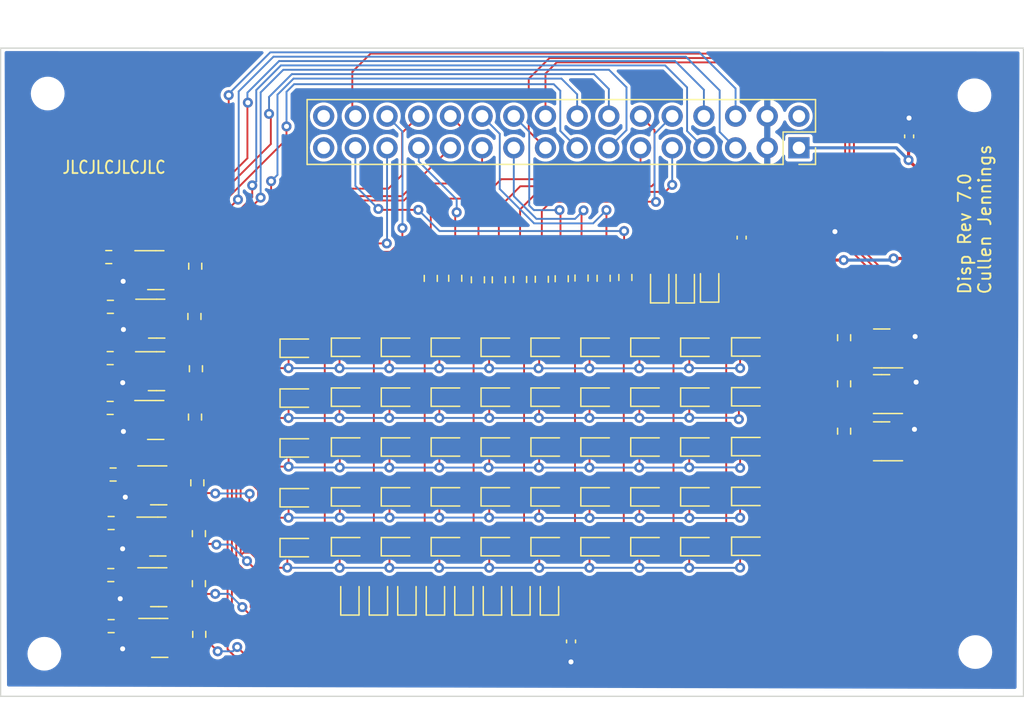
<source format=kicad_pcb>
(kicad_pcb (version 20221018) (generator pcbnew)
  (title_block (title "Disp") (date "2023-07-04") (rev "V7") (company "Cullen Jennings"))
  (layers (0 "F.Cu" signal) (31 "B.Cu" power) (34 "B.Paste" user) (35 "F.Paste" user) (36 "B.SilkS" user "B.Silkscreen") (37 "F.SilkS" user "F.Silkscreen") (38 "B.Mask" user) (39 "F.Mask" user) (44 "Edge.Cuts" user))
  (net 0 "")
  (net 1 "+3.3V")
  (net 2 "/LEDM3")
  (net 3 "/LEDM1")
  (net 4 "/LEDM2")
  (net 5 "/COL5")
  (net 6 "/COL4")
  (net 7 "/COL3")
  (net 8 "/COL2")
  (net 9 "/COL1")
  (net 10 "GND")
  (net 11 "/LEDH")
  (net 12 "/ROW4")
  (net 13 "/ROW3")
  (net 14 "/ROW2")
  (net 15 "/ROW1")
  (net 16 "/LEDG")
  (net 17 "/LEDE")
  (net 18 "/LEDD")
  (net 19 "/LEDC")
  (net 20 "/LEDB")
  (net 21 "/LEDA")
  (net 22 "/LEDF")
  (net 23 "Net-(D1-K)")
  (net 24 "Net-(Q1-D)")
  (net 25 "Net-(D2-K)")
  (net 26 "Net-(D3-K)")
  (net 27 "/R8")
  (net 28 "/R7")
  (net 29 "/R6")
  (net 30 "Net-(Q2-D)")
  (net 31 "Net-(Q3-D)")
  (net 32 "Net-(Q4-D)")
  (net 33 "Net-(Q5-D)")
  (net 34 "Net-(Q6-D)")
  (net 35 "Net-(Q7-D)")
  (net 36 "Net-(Q8-D)")
  (net 37 "/LA")
  (net 38 "/LG")
  (net 39 "/LH")
  (net 40 "/LF")
  (net 41 "/LD")
  (net 42 "/LE")
  (net 43 "/LC")
  (net 44 "/LB")
  (net 45 "/R1")
  (net 46 "/R2")
  (net 47 "/R3")
  (net 48 "/R5")
  (net 49 "/R4")
  (net 50 "/ROW5")
  (net 51 "/ROW8")
  (net 52 "/ROW7")
  (net 53 "/ROW6")
  (net 54 "Net-(Q9-D)")
  (net 55 "Net-(Q10-D)")
  (net 56 "/ROW9")
  (net 57 "/ROW10")
  (net 58 "Net-(Q11-D)")
  (net 59 "/R9")
  (net 60 "/R0")
  (net 61 "+6V")
  (footprint "LED_SMD:LED_0603_1608Metric" (layer "F.Cu") (at 201 92)
    (fp_text reference "D20" hide)
    (fp_text value "LED-G")
  )
  (footprint "LED_SMD:LED_0603_1608Metric" (layer "F.Cu") (at 205 96)
    (fp_text reference "D15" hide)
    (fp_text value "LED-G")
  )
  (footprint "Resistor_SMD:R_0603_1608Metric" (layer "F.Cu") (at 184.923696 115.031421 90)
    (fp_text reference "R46" hide)
    (fp_text value "100R")
  )
  (footprint "LED_SMD:LED_0603_1608Metric" (layer "F.Cu") (at 223.88492 86.96235 90)
    (fp_text reference "D2" hide)
    (fp_text value "LED-G")
  )
  (footprint "LED_SMD:LED_0603_1608Metric" (layer "F.Cu") (at 197 100)
    (fp_text reference "D29" hide)
    (fp_text value "LED-G")
  )
  (footprint "Package_TO_SOT_SMD:SOT-23" (layer "F.Cu") (at 181.674073 111.248258)
    (fp_text reference "Q5" hide)
    (fp_text value "2N7002")
  )
  (footprint "LED_SMD:LED_0603_1608Metric" (layer "F.Cu") (at 229.08492 91.97485)
    (fp_text reference "D58" hide)
    (fp_text value "LED-G")
  )
  (footprint "Package_TO_SOT_SMD:SOT-23" (layer "F.Cu") (at 181.438657 85.813811)
    (fp_text reference "Q2" hide)
    (fp_text value "2N7002")
  )
  (footprint "LED_SMD:LED_0603_1608Metric" (layer "F.Cu") (at 209 108)
    (fp_text reference "D25" hide)
    (fp_text value "LED-G")
  )
  (footprint "LED_SMD:LED_0603_1608Metric" (layer "F.Cu") (at 199.285714 112 90)
    (fp_text reference "D5" hide)
    (fp_text value "LED-R")
  )
  (footprint "Resistor_SMD:R_0603_1608Metric" (layer "F.Cu") (at 215.571609 86.446716 90)
    (fp_text reference "R56" hide)
    (fp_text value "82R")
  )
  (footprint "LED_SMD:LED_0603_1608Metric" (layer "F.Cu") (at 201 100)
    (fp_text reference "D35" hide)
    (fp_text value "LED-G")
  )
  (footprint "LED_SMD:LED_0603_1608Metric" (layer "F.Cu") (at 205 100)
    (fp_text reference "D32" hide)
    (fp_text value "LED-G")
  )
  (footprint "Resistor_SMD:R_0603_1608Metric" (layer "F.Cu") (at 177.669257 84.764976)
    (fp_text reference "R35" hide)
    (fp_text value "4K7")
  )
  (footprint "Package_TO_SOT_SMD:SOT-23" (layer "F.Cu") (at 181.431924 97.833589)
    (fp_text reference "Q8" hide)
    (fp_text value "2N7002")
  )
  (footprint "Resistor_SMD:R_0603_1608Metric" (layer "F.Cu") (at 208.940061 86.588161 90)
    (fp_text reference "R51" hide)
    (fp_text value "82R")
  )
  (footprint "Resistor_SMD:R_0603_1608Metric" (layer "F.Cu") (at 236.621336 94.932596 -90)
    (fp_text reference "R29" hide)
    (fp_text value "100R" hide)
  )
  (footprint "MountingHole:MountingHole_2.2mm_M2" (layer "F.Cu") (at 247.139934 116.451579 90)
    (fp_text reference "H4" hide)
    (fp_text value "M2" hide)
  )
  (footprint "LED_SMD:LED_0603_1608Metric" (layer "F.Cu") (at 205 108)
    (fp_text reference "D31" hide)
    (fp_text value "LED-G")
  )
  (footprint "blinky_footprints:PinSocket_2x16_P2.54mm_Vertical_FLIP" (layer "F.Cu") (at 233 76 -90)
    (fp_text reference "J1" hide)
    (fp_text value "Conn_02x16_Odd_Even_FLIP")
  )
  (footprint "LED_SMD:LED_0603_1608Metric" (layer "F.Cu") (at 209 100)
    (fp_text reference "D26" hide)
    (fp_text value "LED-G")
  )
  (footprint "Resistor_SMD:R_0603_1608Metric" (layer "F.Cu") (at 177.833212 110.276753)
    (fp_text reference "R41" hide)
    (fp_text value "4K7")
  )
  (footprint "Package_TO_SOT_SMD:SOT-23" (layer "F.Cu") (at 181.495201 93.918935)
    (fp_text reference "Q6" hide)
    (fp_text value "2N7002")
  )
  (footprint "Resistor_SMD:R_0603_1608Metric" (layer "F.Cu") (at 213.982703 86.501505 90)
    (fp_text reference "R57" hide)
    (fp_text value "82R")
  )
  (footprint "LED_SMD:LED_0603_1608Metric" (layer "F.Cu") (at 225 96)
    (fp_text reference "D40" hide)
    (fp_text value "LED-G")
  )
  (footprint "LED_SMD:LED_0603_1608Metric" (layer "F.Cu") (at 221 108)
    (fp_text reference "D38" hide)
    (fp_text value "LED-G")
  )
  (footprint "LED_SMD:LED_0603_1608Metric" (layer "F.Cu") (at 225 108)
    (fp_text reference "D37" hide)
    (fp_text value "LED-G")
  )
  (footprint "LED_SMD:LED_0603_1608Metric" (layer "F.Cu") (at 217 92)
    (fp_text reference "D45" hide)
    (fp_text value "LED-G")
  )
  (footprint "Resistor_SMD:R_0603_1608Metric" (layer "F.Cu") (at 212.386567 86.546067 90)
    (fp_text reference "R49" hide)
    (fp_text value "82R")
  )
  (footprint "LED_SMD:LED_0603_1608Metric" (layer "F.Cu") (at 225 92)
    (fp_text reference "D43" hide)
    (fp_text value "LED-G")
  )
  (footprint "LED_SMD:LED_0603_1608Metric" (layer "F.Cu") (at 225 104)
    (fp_text reference "D49" hide)
    (fp_text value "LED-G")
  )
  (footprint "Package_TO_SOT_SMD:SOT-23" (layer "F.Cu") (at 239.630721 99.543926 180)
    (fp_text reference "Q11" hide)
    (fp_text value "2N7002")
  )
  (footprint "LED_SMD:LED_0603_1608Metric" (layer "F.Cu") (at 206.142856 112 90)
    (fp_text reference "D8" hide)
    (fp_text value "LED-R")
  )
  (footprint "Capacitor_SMD:C_0402_1005Metric" (layer "F.Cu") (at 241.835149 75.079616 90)
    (fp_text reference "C32" hide)
    (fp_text value "100n")
  )
  (footprint "Package_TO_SOT_SMD:SOT-23" (layer "F.Cu") (at 181.604062 107.18524)
    (fp_text reference "Q3" hide)
    (fp_text value "2N7002")
  )
  (footprint "LED_SMD:LED_0603_1608Metric" (layer "F.Cu") (at 201.571428 112 90)
    (fp_text reference "D6" hide)
    (fp_text value "LED-R")
  )
  (footprint "LED_SMD:LED_0603_1608Metric" (layer "F.Cu") (at 213 104)
    (fp_text reference "D24" hide)
    (fp_text value "LED-G")
  )
  (footprint "LED_SMD:LED_0603_1608Metric" (layer "F.Cu") (at 221.837616 86.95593 90)
    (fp_text reference "D1" hide)
    (fp_text value "LED-R")
  )
  (footprint "Package_TO_SOT_SMD:SOT-23" (layer "F.Cu") (at 181.756355 115.316408)
    (fp_text reference "Q7" hide)
    (fp_text value "2N7002")
  )
  (footprint "Resistor_SMD:R_0603_1608Metric" (layer "F.Cu") (at 184.58565 97.598654 90)
    (fp_text reference "R48" hide)
    (fp_text value "100R")
  )
  (footprint "LED_SMD:LED_0603_1608Metric" (layer "F.Cu") (at 217 104)
    (fp_text reference "D51" hide)
    (fp_text value "LED-G")
  )
  (footprint "Resistor_SMD:R_0603_1608Metric" (layer "F.Cu") (at 184.769697 102.873984 90)
    (fp_text reference "R34" hide)
    (fp_text value "100R" hide)
  )
  (footprint "Resistor_SMD:R_0603_1608Metric" (layer "F.Cu") (at 184.602815 85.49663 90)
    (fp_text reference "R36" hide)
    (fp_text value "100R")
  )
  (footprint "LED_SMD:LED_0603_1608Metric" (layer "F.Cu") (at 213 108)
    (fp_text reference "D14" hide)
    (fp_text value "LED-G")
  )
  (footprint "Resistor_SMD:R_0603_1608Metric" (layer "F.Cu") (at 184.657918 93.720259 90)
    (fp_text reference "R44" hide)
    (fp_text value "100R")
  )
  (footprint "LED_SMD:LED_0603_1608Metric" (layer "F.Cu") (at 192.88492 96.07485)
    (fp_text reference "D52" hide)
    (fp_text value "LED-G")
  )
  (footprint "Resistor_SMD:R_0603_1608Metric" (layer "F.Cu") (at 219.08492 86.39985 90)
    (fp_text reference "R2" hide)
    (fp_text value "82R")
  )
  (footprint "LED_SMD:LED_0603_1608Metric" (layer "F.Cu") (at 217 108)
    (fp_text reference "D39" hide)
    (fp_text value "LED-G")
  )
  (footprint "LED_SMD:LED_0603_1608Metric" (layer "F.Cu") (at 197 92)
    (fp_text reference "D19" hide)
    (fp_text value "LED-G")
  )
  (footprint "LED_SMD:LED_0603_1608Metric" (layer "F.Cu") (at 192.88492 92.07485)
    (fp_text reference "D53" hide)
    (fp_text value "LED-G")
  )
  (footprint "Resistor_SMD:R_0603_1608Metric" (layer "F.Cu") (at 177.801015 88.758266)
    (fp_text reference "R39" hide)
    (fp_text value "4K7")
  )
  (footprint "Resistor_SMD:R_0603_1608Metric" (layer "F.Cu") (at 207.263189 86.588161 90)
    (fp_text reference "R53" hide)
    (fp_text value "82R")
  )
  (footprint "LED_SMD:LED_0603_1608Metric" (layer "F.Cu") (at 217 100)
    (fp_text reference "D48" hide)
    (fp_text value "LED-G")
  )
  (footprint "LED_SMD:LED_0603_1608Metric" (layer "F.Cu") (at 197 96)
    (fp_text reference "D17" hide)
    (fp_text value "LED-G")
  )
  (footprint "LED_SMD:LED_0603_1608Metric" (layer "F.Cu") (at 229.08492 103.96735)
    (fp_text reference "D61" hide)
    (fp_text value "LED-G")
  )
  (footprint "LED_SMD:LED_0603_1608Metric" (layer "F.Cu") (at 221 92)
    (fp_text reference "D44" hide)
    (fp_text value "LED-G")
  )
  (footprint "LED_SMD:LED_0603_1608Metric" (layer "F.Cu") (at 203.857142 112 90)
    (fp_text reference "D7" hide)
    (fp_text value "LED-R")
  )
  (footprint "LED_SMD:LED_0603_1608Metric" (layer "F.Cu") (at 213 112 90)
    (fp_text reference "D11" hide)
    (fp_text value "LED-R")
  )
  (footprint "LED_SMD:LED_0603_1608Metric" (layer "F.Cu") (at 208.42857 112 90)
    (fp_text reference "D9" hide)
    (fp_text value "LED-R")
  )
  (footprint "LED_SMD:LED_0603_1608Metric" (layer "F.Cu") (at 197 104)
    (fp_text reference "D30" hide)
    (fp_text value "LED-G")
  )
  (footprint "LED_SMD:LED_0603_1608Metric" (layer "F.Cu") (at 192.88492 104.07485)
    (fp_text reference "D56" hide)
    (fp_text value "LED-G")
  )
  (footprint "LED_SMD:LED_0603_1608Metric" (layer "F.Cu") (at 192.88492 108.07485)
    (fp_text reference "D54" hide)
    (fp_text value "LED-G")
  )
  (footprint "LED_SMD:LED_0603_1608Metric" (layer "F.Cu") (at 229.08492 99.96985)
    (fp_text reference "D60" hide)
    (fp_text value "LED-G")
  )
  (footprint "LED_SMD:LED_0603_1608Metric" (layer "F.Cu") (at 213 100)
    (fp_text reference "D23" hide)
    (fp_text value "LED-G")
  )
  (footprint "LED_SMD:LED_0603_1608Metric" (layer "F.Cu") (at 217 96)
    (fp_text reference "D42" hide)
    (fp_text value "LED-G")
  )
  (footprint "Resistor_SMD:R_0603_1608Metric" (layer "F.Cu") (at 217.343147 86.464979 90)
    (fp_text reference "R55" hide)
    (fp_text value "82R")
  )
  (footprint "Resistor_SMD:R_0603_1608Metric" (layer "F.Cu") (at 184.537471 89.528701 90)
    (fp_text reference "R40" hide)
    (fp_text value "100R")
  )
  (footprint "Resistor_SMD:R_0603_1608Metric" (layer "F.Cu") (at 203.48492 86.47485 90)
    (fp_text reference "R1" hide)
    (fp_text value "82R")
  )
  (footprint "LED_SMD:LED_0603_1608Metric" (layer "F.Cu") (at 192.88492 100.07485)
    (fp_text reference "D55" hide)
    (fp_text value "LED-G")
  )
  (footprint "LED_SMD:LED_0603_1608Metric" (layer "F.Cu") (at 221 96)
    (fp_text reference "D41" hide)
    (fp_text value "LED-G")
  )
  (footprint "LED_SMD:LED_0603_1608Metric" (layer "F.Cu") (at 209 96)
    (fp_text reference "D16" hide)
    (fp_text value "LED-G")
  )
  (footprint "LED_SMD:LED_0603_1608Metric" (layer "F.Cu") (at 205 104)
    (fp_text reference "D33" hide)
    (fp_text value "LED-G")
  )
  (footprint "LED_SMD:LED_0603_1608Metric" (layer "F.Cu") (at 213 92)
    (fp_text reference "D13" hide)
    (fp_text value "LED-G")
  )
  (footprint "LED_SMD:LED_0603_1608Metric" (layer "F.Cu") (at 201 108)
    (fp_text reference "D34" hide)
    (fp_text value "LED-G")
  )
  (footprint "LED_SMD:LED_0603_1608Metric" (layer "F.Cu") (at 209 92)
    (fp_text reference "D22" hide)
    (fp_text value "LED-G")
  )
  (footprint "LED_SMD:LED_0603_1608Metric" (layer "F.Cu") (at 225.840098 86.895507 90)
    (fp_text reference "D3" hide)
    (fp_text value "LED-Y")
  )
  (footprint "Package_TO_SOT_SMD:SOT-23" (layer "F.Cu") (at 239.639673 92.092103 180)
    (fp_text reference "Q10" hide)
    (fp_text value "2N7002")
  )
  (footprint "MountingHole:MountingHole_2.2mm_M2" (layer "F.Cu") (at 172.774875 71.645227 90)
    (fp_text reference "H1" hide)
    (fp_text value "M2" hide)
  )
  (footprint "LED_SMD:LED_0603_1608Metric" (layer "F.Cu") (at 210.714284 112 90)
    (fp_text reference "D10" hide)
    (fp_text value "LED-R")
  )
  (footprint "Resistor_SMD:R_0603_1608Metric" (layer "F.Cu") (at 184.896215 106.952244 90)
    (fp_text reference "R38" hide)
    (fp_text value "100R")
  )
  (footprint "Resistor_SMD:R_0603_1608Metric" (layer "F.Cu") (at 210.64398 86.561114 90)
    (fp_text reference "R50" hide)
    (fp_text value "82R")
  )
  (footprint "LED_SMD:LED_0603_1608Metric" (layer "F.Cu") (at 201 96)
    (fp_text reference "D18" hide)
    (fp_text value "LED-G")
  )
  (footprint "Package_TO_SOT_SMD:SOT-23" (layer "F.Cu") (at 181.673195 103.077001)
    (fp_text reference "Q1" hide)
    (fp_text value "2N7002" hide)
  )
  (footprint "LED_SMD:LED_0603_1608Metric" (layer "F.Cu") (at 221 100)
    (fp_text reference "D47" hide)
    (fp_text value "LED-G")
  )
  (footprint "Resistor_SMD:R_0603_1608Metric" (layer "F.Cu") (at 184.896215 110.964352 90)
    (fp_text reference "R42" hide)
    (fp_text value "100R")
  )
  (footprint "LED_SMD:LED_0603_1608Metric" (layer "F.Cu") (at 225 100)
    (fp_text reference "D46" hide)
    (fp_text value "LED-G")
  )
  (footprint "Resistor_SMD:R_0603_1608Metric" (layer "F.Cu") (at 236.621336 98.732596 -90)
    (fp_text reference "R30" hide)
    (fp_text value "100R" hide)
  )
  (footprint "Package_TO_SOT_SMD:SOT-23" (layer "F.Cu") (at 181.512294 89.705959)
    (fp_text reference "Q4" hide)
    (fp_text value "2N7002")
  )
  (footprint "LED_SMD:LED_0603_1608Metric" (layer "F.Cu") (at 197 112 90)
    (fp_text reference "D4" hide)
    (fp_text value "LED-R")
  )
  (footprint "LED_SMD:LED_0603_1608Metric" (layer "F.Cu") (at 221 104)
    (fp_text reference "D50" hide)
    (fp_text value "LED-G")
  )
  (footprint "Resistor_SMD:R_0603_1608Metric" (layer "F.Cu") (at 177.86188 114.371302)
    (fp_text reference "R45" hide)
    (fp_text value "4K7")
  )
  (footprint "LED_SMD:LED_0603_1608Metric" (layer "F.Cu") (at 205 92)
    (fp_text reference "D21" hide)
    (fp_text value "LED-G")
  )
  (footprint "LED_SMD:LED_0603_1608Metric" (layer "F.Cu") (at 201 104)
    (fp_text reference "D36" hide)
    (fp_text value "LED-G")
  )
  (footprint "LED_SMD:LED_0603_1608Metric" (layer "F.Cu") (at 213 96)
    (fp_text reference "D12" hide)
    (fp_text value "LED-G")
  )
  (footprint "Resistor_SMD:R_0603_1608Metric" (layer "F.Cu") (at 177.783557 96.867994)
    (fp_text reference "R47" hide)
    (fp_text value "4K7")
  )
  (footprint "LED_SMD:LED_0603_1608Metric" (layer "F.Cu") (at 197 108)
    (fp_text reference "D28" hide)
    (fp_text value "LED-G")
  )
  (footprint "LED_SMD:LED_0603_1608Metric" (layer "F.Cu") (at 229.08492 95.97235)
    (fp_text reference "D57" hide)
    (fp_text value "LED-G")
  )
  (footprint "Capacitor_SMD:C_0402_1005Metric" (layer "F.Cu") (at 228.407208 83.203393 90)
    (fp_text reference "C36" hide)
    (fp_text value "100n")
  )
  (footprint "MountingHole:MountingHole_2.2mm_M2" (layer "F.Cu") (at 172.507561 116.588394)
    (fp_text reference "H5" hide)
    (fp_text value "M2")
  )
  (footprint "Resistor_SMD:R_0603_1608Metric" (layer "F.Cu") (at 177.860692 106.099764)
    (fp_text reference "R37" hide)
    (fp_text value "4K7")
  )
  (footprint "LED_SMD:LED_0603_1608Metric" (layer "F.Cu") (at 209 104)
    (fp_text reference "D27" hide)
    (fp_text value "LED-G")
  )
  (footprint "LED_SMD:LED_0603_1608Metric" (layer "F.Cu") (at 229.08492 107.964852)
    (fp_text reference "D59" hide)
    (fp_text value "LED-G")
  )
  (footprint "Resistor_SMD:R_0603_1608Metric" (layer "F.Cu") (at 236.621336 91.232596 -90)
    (fp_text reference "R31" hide)
    (fp_text value "100R" hide)
  )
  (footprint "Capacitor_SMD:C_0402_1005Metric" (layer "F.Cu") (at 214.729761 115.596881 -90)
    (fp_text reference "C38" hide)
    (fp_text value "100n")
  )
  (footprint "Resistor_SMD:R_0603_1608Metric" (layer "F.Cu") (at 178.020156 102.210085)
    (fp_text reference "R33" hide)
    (fp_text value "4K7")
  )
  (footprint "Package_TO_SOT_SMD:SOT-23" (layer "F.Cu") (at 239.625184 95.755638 180)
    (fp_text reference "Q9" hide)
    (fp_text value "2N7002")
  )
  (footprint "MountingHole:MountingHole_2.2mm_M2" (layer "F.Cu") (at 247.071228 71.783572 90)
    (fp_text reference "H2" hide)
    (fp_text value "M2" hide)
  )
  (footprint "Resistor_SMD:R_0603_1608Metric" (layer "F.Cu") (at 205.445306 86.465366 90)
    (fp_text reference "R52" hide)
    (fp_text value "82R")
  )
  (footprint "Resistor_SMD:R_0603_1608Metric" (layer "F.Cu") (at 177.784563 92.87117)
    (fp_text reference "R43" hide)
    (fp_text value "4K7")
  )
  (gr_line (start 169 120) (end 251 120) (stroke (width 0.1)) (layer "Edge.Cuts"))
  (gr_line (start 169 68) (end 251 68) (stroke (width 0.1)) (layer "Edge.Cuts"))
  (gr_line (start 251 68) (end 251 120) (stroke (width 0.1)) (layer "Edge.Cuts"))
  (gr_line (start 169 68) (end 169 120) (stroke (width 0.1)) (layer "Edge.Cuts"))
  (gr_text "Disp Rev 7.0	\nCullen Jennings" (at 248.479931 87.842516 90) (layer "F.SilkS") (effects (font (size 1 1)) (justify left bottom)))
  (gr_text "JLCJLCJLCJLC" (at 173.882053 78.15178) (layer "F.SilkS") (effects (font (size 1 0.8)) (justify left bottom)))
  (segment (start 244.48492 111.280048) (end 239.669593 116.095375) (width 0.25) (layer "F.Cu") (net 1))
  (segment (start 221.871568 85.373384) (end 222.237489 85.007463) (width 0.25) (layer "F.Cu") (net 1))
  (segment (start 218.088327 116.095375) (end 217.916203 115.923251) (width 0.25) (layer "F.Cu") (net 1))
  (segment (start 216.305528 112.727417) (end 214.798727 111.220617) (width 0.25) (layer "F.Cu") (net 1))
  (segment (start 225.87405 86.33282) (end 225.87405 85.014774) (width 0.15) (layer "F.Cu") (net 1))
  (segment (start 236.58492 85.005633) (end 228.426255 85.005633) (width 0.25) (layer "F.Cu") (net 1))
  (segment (start 228.407208 84.990246) (end 228.424425 85.007463) (width 0.25) (layer "F.Cu") (net 1))
  (segment (start 242.703491 84.877212) (end 244.48492 86.658641) (width 0.25) (layer "F.Cu") (net 1))
  (segment (start 206.142856 111.2125) (end 208.42857 111.2125) (width 0.25) (layer "F.Cu") (net 1))
  (segment (start 242.703491 84.877212) (end 242.703491 77.895786) (width 0.25) (layer "F.Cu") (net 1))
  (segment (start 217.916203 115.923251) (end 217.916203 114.338093) (width 0.25) (layer "F.Cu") (net 1))
  (segment (start 240.58492 84.87485) (end 242.440627 84.87485) (width 0.25) (layer "F.Cu") (net 1))
  (segment (start 242.440627 84.87485) (end 242.57324 85.007463) (width 0.25) (layer "F.Cu") (net 1))
  (segment (start 225.87405 85.014774) (end 225.866739 85.007463) (width 0.15) (layer "F.Cu") (net 1))
  (segment (start 239.669593 116.095375) (end 218.088327 116.095375) (width 0.25) (layer "F.Cu") (net 1))
  (segment (start 208.42857 111.2125) (end 210.714284 111.2125) (width 0.25) (layer "F.Cu") (net 1))
  (segment (start 223.918872 86.399663) (end 223.918872 85.039327) (width 0.15) (layer "F.Cu") (net 1))
  (segment (start 241.788599 76.980894) (end 241.788599 75.606166) (width 0.25) (layer "F.Cu") (net 1))
  (segment (start 242.703491 77.895786) (end 241.788599 76.980894) (width 0.25) (layer "F.Cu") (net 1))
  (segment (start 225.866739 85.007463) (end 228.424425 85.007463) (width 0.25) (layer "F.Cu") (net 1))
  (segment (start 244.48492 86.658641) (end 244.48492 111.280048) (width 0.25) (layer "F.Cu") (net 1))
  (segment (start 228.407208 83.683393) (end 228.407208 84.990246) (width 0.25) (layer "F.Cu") (net 1))
  (segment (start 210.714284 111.2125) (end 213 111.2125) (width 0.25) (layer "F.Cu") (net 1))
  (segment (start 197 111.2125) (end 199.285714 111.2125) (width 0.25) (layer "F.Cu") (net 1))
  (segment (start 241.788599 75.606166) (end 241.835149 75.559616) (width 0.25) (layer "F.Cu") (net 1))
  (segment (start 203.857142 111.2125) (end 206.142856 111.2125) (width 0.25) (layer "F.Cu") (net 1))
  (segment (start 199.285714 111.2125) (end 201.571428 111.2125) (width 0.25) (layer "F.Cu") (net 1))
  (segment (start 223.918872 85.039327) (end 223.950736 85.007463) (width 0.15) (layer "F.Cu") (net 1))
  (segment (start 213.008117 111.220617) (end 213 111.2125) (width 0.25) (layer "F.Cu") (net 1))
  (segment (start 223.950736 85.007463) (end 225.866739 85.007463) (width 0.25) (layer "F.Cu") (net 1))
  (segment (start 228.426255 85.005633) (end 228.424425 85.007463) (width 0.25) (layer "F.Cu") (net 1))
  (segment (start 222.237489 85.007463) (end 223.950736 85.007463) (width 0.25) (layer "F.Cu") (net 1))
  (segment (start 242.57324 85.007463) (end 242.703491 84.877212) (width 0.25) (layer "F.Cu") (net 1))
  (segment (start 214.729761 115.116881) (end 214.729761 114.303184) (width 0.25) (layer "F.Cu") (net 1))
  (segment (start 214.798727 111.220617) (end 213.008117 111.220617) (width 0.25) (layer "F.Cu") (net 1))
  (segment (start 221.871568 86.393243) (end 221.871568 85.373384) (width 0.25) (layer "F.Cu") (net 1))
  (segment (start 214.729761 114.303184) (end 216.305528 112.727417) (width 0.25) (layer "F.Cu") (net 1))
  (segment (start 201.571428 111.2125) (end 203.857142 111.2125) (width 0.25) (layer "F.Cu") (net 1))
  (segment (start 217.916203 114.338093) (end 216.305528 112.727417) (width 0.25) (layer "F.Cu") (net 1))
  (via (at 240.58492 84.87485) (size 0.8) (drill 0.4) (layers "F.Cu" "B.Cu") (net 1))
  (via (at 236.58492 85.005633) (size 0.8) (drill 0.4) (layers "F.Cu" "B.Cu") (net 1))
  (via (at 241.788599 76.980894) (size 0.8) (drill 0.4) (layers "F.Cu" "B.Cu") (net 1))
  (segment (start 233 76) (end 240.807705 76) (width 0.25) (layer "B.Cu") (net 1))
  (segment (start 240.454137 85.005633) (end 236.58492 85.005633) (width 0.25) (layer "B.Cu") (net 1))
  (segment (start 240.807705 76) (end 241.788599 76.980894) (width 0.25) (layer "B.Cu") (net 1))
  (segment (start 240.58492 84.87485) (end 240.454137 85.005633) (width 0.25) (layer "B.Cu") (net 1))
  (segment (start 243.08492 90.17485) (end 243.08492 92.408613) (width 0.15) (layer "F.Cu") (net 2))
  (segment (start 213.579767 69.145186) (end 234.607801 69.145186) (width 0.15) (layer "F.Cu") (net 2))
  (segment (start 234.607801 69.145186) (end 236.703595 71.24098) (width 0.15) (layer "F.Cu") (net 2))
  (segment (start 212.68 73.46) (end 212.68 70.044953) (width 0.15) (layer "F.Cu") (net 2))
  (segment (start 236.703595 71.24098) (end 236.703595 83.793525) (width 0.15) (layer "F.Cu") (net 2))
  (segment (start 212.68 70.044953) (end 213.579767 69.145186) (width 0.15) (layer "F.Cu") (net 2))
  (segment (start 243.08492 92.408613) (end 242.45143 93.042103) (width 0.15) (layer "F.Cu") (net 2))
  (segment (start 236.703595 83.793525) (end 243.08492 90.17485) (width 0.15) (layer "F.Cu") (net 2))
  (segment (start 242.45143 93.042103) (end 240.577173 93.042103) (width 0.15) (layer "F.Cu") (net 2))
  (segment (start 212.68 76) (end 211.3384 74.6584) (width 0.15) (layer "F.Cu") (net 3))
  (segment (start 234.77998 68.795186) (end 237.053595 71.068801) (width 0.15) (layer "F.Cu") (net 3))
  (segment (start 243.44379 96.215536) (end 242.953688 96.705638) (width 0.15) (layer "F.Cu") (net 3))
  (segment (start 213.003021 68.795186) (end 234.77998 68.795186) (width 0.15) (layer "F.Cu") (net 3))
  (segment (start 242.953688 96.705638) (end 240.562684 96.705638) (width 0.15) (layer "F.Cu") (net 3))
  (segment (start 241.67874 88.22118) (end 243.44379 89.98623) (width 0.15) (layer "F.Cu") (net 3))
  (segment (start 211.3384 74.6584) (end 211.3384 70.459807) (width 0.15) (layer "F.Cu") (net 3))
  (segment (start 237.053595 83.614042) (end 241.660733 88.22118) (width 0.15) (layer "F.Cu") (net 3))
  (segment (start 243.44379 89.98623) (end 243.44379 96.215536) (width 0.15) (layer "F.Cu") (net 3))
  (segment (start 211.3384 70.459807) (end 213.003021 68.795186) (width 0.15) (layer "F.Cu") (net 3))
  (segment (start 237.053595 71.068801) (end 237.053595 83.614042) (width 0.15) (layer "F.Cu") (net 3))
  (segment (start 241.660733 88.22118) (end 241.67874 88.22118) (width 0.15) (layer "F.Cu") (net 3))
  (segment (start 198.655937 68.442674) (end 235.084401 68.442674) (width 0.15) (layer "F.Cu") (net 4))
  (segment (start 197.195349 73.290601) (end 197.195349 69.903262) (width 0.15) (layer "F.Cu") (net 4))
  (segment (start 241.805707 87.87118) (end 237.409377 83.47485) (width 0.15) (layer "F.Cu") (net 4))
  (segment (start 241.823714 87.87118) (end 241.805707 87.87118) (width 0.15) (layer "F.Cu") (net 4))
  (segment (start 242.903547 100.493926) (end 243.79379 99.603683) (width 0.15) (layer "F.Cu") (net 4))
  (segment (start 243.79379 99.603683) (end 243.79379 89.841256) (width 0.15) (layer "F.Cu") (net 4))
  (segment (start 235.084401 68.442674) (end 237.409377 70.76765) (width 0.15) (layer "F.Cu") (net 4))
  (segment (start 197.195349 69.903262) (end 198.655937 68.442674) (width 0.15) (layer "F.Cu") (net 4))
  (segment (start 243.79379 89.841256) (end 241.823714 87.87118) (width 0.15) (layer "F.Cu") (net 4))
  (segment (start 240.568221 100.493926) (end 242.903547 100.493926) (width 0.15) (layer "F.Cu") (net 4))
  (segment (start 237.409377 70.76765) (end 237.409377 83.47485) (width 0.15) (layer "F.Cu") (net 4))
  (segment (start 196.48492 79.87485) (end 189.33492 87.02485) (width 0.15) (layer "F.Cu") (net 5))
  (segment (start 200.175 105.654155) (end 200.183312 105.662467) (width 0.15) (layer "F.Cu") (net 5))
  (segment (start 212.175 104) (end 212.175 105.647215) (width 0.15) (layer "F.Cu") (net 5))
  (segment (start 228.28492 105.67485) (end 228.28492 103.97985) (width 0.15) (layer "F.Cu") (net 5))
  (segment (start 224.216408 104.003908) (end 224.2125 104) (width 0.15) (layer "F.Cu") (net 5))
  (segment (start 204.175 104) (end 204.175 105.660553) (width 0.15) (layer "F.Cu") (net 5))
  (segment (start 196.188591 105.664827) (end 196.188591 104.013591) (width 0.15) (layer "F.Cu") (net 5))
  (segment (start 192.08492 105.67485) (end 192.08492 104.08735) (width 0.15) (layer "F.Cu") (net 5))
  (segment (start 190.68492 105.67485) (end 192.08492 105.67485) (width 0.15) (layer "F.Cu") (net 5))
  (segment (start 220.2125 104) (end 220.2125 105.690122) (width 0.15) (layer "F.Cu") (net 5))
  (segment (start 228.28492 103.97985) (end 228.29742 103.96735) (width 0.15) (layer "F.Cu") (net 5))
  (segment (start 189.990614 104.980544) (end 190.68492 105.67485) (width 0.15) (layer "F.Cu") (net 5))
  (segment (start 201.18515 79.87485) (end 196.48492 79.87485) (width 0.15) (layer "F.Cu") (net 5))
  (segment (start 205.06 76) (end 201.18515 79.87485) (width 0.15) (layer "F.Cu") (net 5))
  (segment (start 220.2125 105.690122) (end 220.216824 105.694446) (width 0.15) (layer "F.Cu") (net 5))
  (segment (start 204.175 105.660553) (end 204.173086 105.662467) (width 0.15) (layer "F.Cu") (net 5))
  (segment (start 192.08492 104.08735) (end 192.09742 104.07485) (width 0.15) (layer "F.Cu") (net 5))
  (segment (start 189.33492 102.676454) (end 189.990614 103.332148) (width 0.15) (layer "F.Cu") (net 5))
  (segment (start 200.175 104) (end 200.175 105.654155) (width 0.15) (layer "F.Cu") (net 5))
  (segment (start 208.175 105.649024) (end 208.161557 105.662467) (width 0.15) (layer "F.Cu") (net 5))
  (segment (start 208.175 104) (end 208.175 105.649024) (width 0.15) (layer "F.Cu") (net 5))
  (segment (start 216.2125 104) (end 216.2125 105.692967) (width 0.15) (layer "F.Cu") (net 5))
  (segment (start 212.175 105.647215) (end 212.159748 105.662467) (width 0.15) (layer "F.Cu") (net 5))
  (segment (start 224.216408 105.694446) (end 224.216408 104.003908) (width 0.15) (layer "F.Cu") (net 5))
  (segment (start 216.2125 105.692967) (end 216.213979 105.694446) (width 0.15) (layer "F.Cu") (net 5))
  (segment (start 189.990614 103.332148) (end 189.990614 104.980544) (width 0.15) (layer "F.Cu") (net 5))
  (segment (start 189.33492 87.02485) (end 189.33492 102.676454) (width 0.15) (layer "F.Cu") (net 5))
  (via (at 204.173086 105.662467) (size 0.8) (drill 0.4) (layers "F.Cu" "B.Cu") (net 5))
  (via (at 224.216408 105.694446) (size 0.8) (drill 0.4) (layers "F.Cu" "B.Cu") (net 5))
  (via (at 220.216824 105.694446) (size 0.8) (drill 0.4) (layers "F.Cu" "B.Cu") (net 5))
  (via (at 208.161557 105.662467) (size 0.8) (drill 0.4) (layers "F.Cu" "B.Cu") (net 5))
  (via (at 212.159748 105.662467) (size 0.8) (drill 0.4) (layers "F.Cu" "B.Cu") (net 5))
  (via (at 196.188591 105.664827) (size 0.8) (drill 0.4) (layers "F.Cu" "B.Cu") (net 5))
  (via (at 200.183312 105.662467) (size 0.8) (drill 0.4) (layers "F.Cu" "B.Cu") (net 5))
  (via (at 192.08492 105.67485) (size 0.8) (drill 0.4) (layers "F.Cu" "B.Cu") (net 5))
  (via (at 216.213979 105.694446) (size 0.8) (drill 0.4) (layers "F.Cu" "B.Cu") (net 5))
  (via (at 228.28492 105.67485) (size 0.8) (drill 0.4) (layers "F.Cu" "B.Cu") (net 5))
  (segment (start 220.216824 105.694446) (end 224.216408 105.694446) (width 0.15) (layer "B.Cu") (net 5))
  (segment (start 212.159748 105.662467) (end 212.191727 105.694446) (width 0.15) (layer "B.Cu") (net 5))
  (segment (start 212.191727 105.694446) (end 216.213979 105.694446) (width 0.15) (layer "B.Cu") (net 5))
  (segment (start 196.188591 105.664827) (end 192.094943 105.664827) (width 0.15) (layer "B.Cu") (net 5))
  (segment (start 200.183312 105.662467) (end 196.190951 105.662467) (width 0.15) (layer "B.Cu") (net 5))
  (segment (start 208.161557 105.662467) (end 204.173086 105.662467) (width 0.15) (layer "B.Cu") (net 5))
  (segment (start 212.159748 105.662467) (end 208.161557 105.662467) (width 0.15) (layer "B.Cu") (net 5))
  (segment (start 204.173086 105.662467) (end 200.183312 105.662467) (width 0.15) (layer "B.Cu") (net 5))
  (segment (start 216.213979 105.694446) (end 220.216824 105.694446) (width 0.15) (layer "B.Cu") (net 5))
  (segment (start 196.190951 105.662467) (end 196.188591 105.664827) (width 0.15) (layer "B.Cu") (net 5))
  (segment (start 192.094943 105.664827) (end 192.08492 105.67485) (width 0.15) (layer "B.Cu") (net 5))
  (segment (start 228.265324 105.694446) (end 228.28492 105.67485) (width 0.15) (layer "B.Cu") (net 5))
  (segment (start 224.216408 105.694446) (end 228.265324 105.694446) (width 0.15) (layer "B.Cu") (net 5))
  (segment (start 192.08492 100.08735) (end 192.09742 100.07485) (width 0.15) (layer "F.Cu") (net 6))
  (segment (start 212.175 100) (end 212.175 101.630591) (width 0.15) (layer "F.Cu") (net 6))
  (segment (start 204.175 100) (end 204.175 101.647845) (width 0.15) (layer "F.Cu") (net 6))
  (segment (start 192.08492 101.57485) (end 192.08492 100.08735) (width 0.15) (layer "F.Cu") (net 6))
  (segment (start 212.175 101.630591) (end 212.155235 101.650356) (width 0.15) (layer "F.Cu") (net 6))
  (segment (start 196.63492 80.22485) (end 189.68492 87.17485) (width 0.15) (layer "F.Cu") (net 6))
  (segment (start 228.28492 99.98235) (end 228.29742 99.96985) (width 0.15) (layer "F.Cu") (net 6))
  (segment (start 204.175 101.647845) (end 204.172489 101.650356) (width 0.15) (layer "F.Cu") (net 6))
  (segment (start 201.330124 80.22485) (end 196.63492 80.22485) (width 0.15) (layer "F.Cu") (net 6))
  (segment (start 224.208772 100.003728) (end 224.2125 100) (width 0.15) (layer "F.Cu") (net 6))
  (segment (start 216.2125 101.641777) (end 216.203921 101.650356) (width 0.15) (layer "F.Cu") (net 6))
  (segment (start 220.2125 100) (end 220.2125 101.634356) (width 0.15) (layer "F.Cu") (net 6))
  (segment (start 200.175 101.637698) (end 200.162342 101.650356) (width 0.15) (layer "F.Cu") (net 6))
  (segment (start 224.208772 101.636354) (end 224.208772 100.003728) (width 0.15) (layer "F.Cu") (net 6))
  (segment (start 205.783669 78.862612) (end 202.692362 78.862612) (width 0.15) (layer "F.Cu") (net 6))
  (segment (start 189.68492 100.87485) (end 190.38492 101.57485) (width 0.15) (layer "F.Cu") (net 6))
  (segment (start 205.06 73.46) (end 206.352192 74.752192) (width 0.15) (layer "F.Cu") (net 6))
  (segment (start 196.188944 101.642347) (end 196.188944 100.013944) (width 0.15) (layer "F.Cu") (net 6))
  (segment (start 206.352192 74.752192) (end 206.352192 78.294089) (width 0.15) (layer "F.Cu") (net 6))
  (segment (start 202.692362 78.862612) (end 201.330124 80.22485) (width 0.15) (layer "F.Cu") (net 6))
  (segment (start 200.175 100) (end 200.175 101.637698) (width 0.15) (layer "F.Cu") (net 6))
  (segment (start 208.175 100) (end 208.175 101.591098) (width 0.15) (layer "F.Cu") (net 6))
  (segment (start 208.175 101.591098) (end 208.115742 101.650356) (width 0.15) (layer "F.Cu") (net 6))
  (segment (start 206.352192 78.294089) (end 205.783669 78.862612) (width 0.15) (layer "F.Cu") (net 6))
  (segment (start 189.68492 87.17485) (end 189.68492 100.87485) (width 0.15) (layer "F.Cu") (net 6))
  (segment (start 228.28492 101.67485) (end 228.28492 99.98235) (width 0.15) (layer "F.Cu") (net 6))
  (segment (start 220.2125 101.634356) (end 220.1965 101.650356) (width 0.15) (layer "F.Cu") (net 6))
  (segment (start 190.38492 101.57485) (end 192.08492 101.57485) (width 0.15) (layer "F.Cu") (net 6))
  (segment (start 216.2125 100) (end 216.2125 101.641777) (width 0.15) (layer "F.Cu") (net 6))
  (via (at 224.208772 101.636354) (size 0.8) (drill 0.4) (layers "F.Cu" "B.Cu") (net 6))
  (via (at 192.08492 101.57485) (size 0.8) (drill 0.4) (layers "F.Cu" "B.Cu") (net 6))
  (via (at 216.203921 101.650356) (size 0.8) (drill 0.4) (layers "F.Cu" "B.Cu") (net 6))
  (via (at 200.162342 101.650356) (size 0.8) (drill 0.4) (layers "F.Cu" "B.Cu") (net 6))
  (via (at 196.188944 101.642347) (size 0.8) (drill 0.4) (layers "F.Cu" "B.Cu") (net 6))
  (via (at 228.28492 101.67485) (size 0.8) (drill 0.4) (layers "F.Cu" "B.Cu") (net 6))
  (via (at 204.172489 101.650356) (size 0.8) (drill 0.4) (layers "F.Cu" "B.Cu") (net 6))
  (via (at 208.115742 101.650356) (size 0.8) (drill 0.4) (layers "F.Cu" "B.Cu") (net 6))
  (via (at 220.1965 101.650356) (size 0.8) (drill 0.4) (layers "F.Cu" "B.Cu") (net 6))
  (via (at 212.155235 101.650356) (size 0.8) (drill 0.4) (layers "F.Cu" "B.Cu") (net 6))
  (segment (start 228.246424 101.636354) (end 228.28492 101.67485) (width 0.15) (layer "B.Cu") (net 6))
  (segment (start 220.1965 101.650356) (end 224.19477 101.650356) (width 0.15) (layer "B.Cu") (net 6))
  (segment (start 200.162342 101.650356) (end 196.196953 101.650356) (width 0.15) (layer "B.Cu") (net 6))
  (segment (start 212.155235 101.650356) (end 216.203921 101.650356) (width 0.15) (layer "B.Cu") (net 6))
  (segment (start 224.208772 101.636354) (end 228.246424 101.636354) (width 0.15) (layer "B.Cu") (net 6))
  (segment (start 224.19477 101.650356) (end 224.208772 101.636354) (width 0.15) (layer "B.Cu") (net 6))
  (segment (start 196.196953 101.650356) (end 196.188944 101.642347) (width 0.15) (layer "B.Cu") (net 6))
  (segment (start 212.155235 101.650356) (end 208.115742 101.650356) (width 0.15) (layer "B.Cu") (net 6))
  (segment (start 196.188944 101.642347) (end 192.152417 101.642347) (width 0.15) (layer "B.Cu") (net 6))
  (segment (start 208.115742 101.650356) (end 204.172489 101.650356) (width 0.15) (layer "B.Cu") (net 6))
  (segment (start 204.172489 101.650356) (end 200.162342 101.650356) (width 0.15) (layer "B.Cu") (net 6))
  (segment (start 216.203921 101.650356) (end 220.1965 101.650356) (width 0.15) (layer "B.Cu") (net 6))
  (segment (start 192.152417 101.642347) (end 192.08492 101.57485) (width 0.15) (layer "B.Cu") (net 6))
  (segment (start 216.2125 108) (end 216.2125 109.680712) (width 0.15) (layer "F.Cu") (net 7))
  (segment (start 191.235129 109.690499) (end 191.969271 109.690499) (width 0.15) (layer "F.Cu") (net 7))
  (segment (start 200.175 108) (end 200.175 109.68149) (width 0.15) (layer "F.Cu") (net 7))
  (segment (start 202.52 73.46) (end 201.184727 74.795273) (width 0.15) (layer "F.Cu") (net 7))
  (segment (start 212.184275 108.009275) (end 212.184275 109.689803) (width 0.15) (layer "F.Cu") (net 7))
  (segment (start 228.28492 109.67485) (end 228.28492 107.977352) (width 0.15) (layer "F.Cu") (net 7))
  (segment (start 191.98492 108.18735) (end 192.09742 108.07485) (width 0.15) (layer "F.Cu") (net 7))
  (segment (start 228.28492 107.977352) (end 228.29742 107.964852) (width 0.15) (layer "F.Cu") (net 7))
  (segment (start 200.175 109.68149) (end 200.166687 109.689803) (width 0.15) (layer "F.Cu") (net 7))
  (segment (start 220.2125 108) (end 220.2125 109.686354) (width 0.15) (layer "F.Cu") (net 7))
  (segment (start 189.640614 108.095984) (end 191.235129 109.690499) (width 0.15) (layer "F.Cu") (net 7))
  (segment (start 200.08492 79.27485) (end 196.589946 79.27485) (width 0.15) (layer "F.Cu") (net 7))
  (segment (start 196.180226 109.690499) (end 196.180226 108.005226) (width 0.15) (layer "F.Cu") (net 7))
  (segment (start 188.98492 86.879876) (end 188.98492 102.821429) (width 0.15) (layer "F.Cu") (net 7))
  (segment (start 189.640614 103.477123) (end 189.640614 108.095984) (width 0.15) (layer "F.Cu") (net 7))
  (segment (start 208.175 109.685601) (end 208.170798 109.689803) (width 0.15) (layer "F.Cu") (net 7))
  (segment (start 201.184727 78.175043) (end 200.08492 79.27485) (width 0.15) (layer "F.Cu") (net 7))
  (segment (start 188.98492 102.821429) (end 189.640614 103.477123) (width 0.15) (layer "F.Cu") (net 7))
  (segment (start 220.2125 109.686354) (end 220.215949 109.689803) (width 0.15) (layer "F.Cu") (net 7))
  (segment (start 201.184727 74.795273) (end 201.184727 78.175043) (width 0.15) (layer "F.Cu") (net 7))
  (segment (start 196.589946 79.27485) (end 188.98492 86.879876) (width 0.15) (layer "F.Cu") (net 7))
  (segment (start 224.205965 109.694616) (end 224.205965 108.006535) (width 0.15) (layer "F.Cu") (net 7))
  (segment (start 191.98492 109.67485) (end 191.98492 108.18735) (width 0.15) (layer "F.Cu") (net 7))
  (segment (start 204.175 108) (end 204.175 109.671419) (width 0.15) (layer "F.Cu") (net 7))
  (segment (start 208.175 108) (end 208.175 109.685601) (width 0.15) (layer "F.Cu") (net 7))
  (segment (start 204.175 109.671419) (end 204.156616 109.689803) (width 0.15) (layer "F.Cu") (net 7))
  (segment (start 224.205965 108.006535) (end 224.2125 108) (width 0.15) (layer "F.Cu") (net 7))
  (segment (start 191.969271 109.690499) (end 191.98492 109.67485) (width 0.15) (layer "F.Cu") (net 7))
  (segment (start 216.2125 109.680712) (end 216.203409 109.689803) (width 0.15) (layer "F.Cu") (net 7))
  (via (at 228.28492 109.67485) (size 0.8) (drill 0.4) (layers "F.Cu" "B.Cu") (net 7))
  (via (at 208.170798 109.689803) (size 0.8) (drill 0.4) (layers "F.Cu" "B.Cu") (net 7))
  (via (at 200.166687 109.689803) (size 0.8) (drill 0.4) (layers "F.Cu" "B.Cu") (net 7))
  (via (at 191.98492 109.67485) (size 0.8) (drill 0.4) (layers "F.Cu" "B.Cu") (net 7))
  (via (at 196.180226 109.690499) (size 0.8) (drill 0.4) (layers "F.Cu" "B.Cu") (net 7))
  (via (at 204.156616 109.689803) (size 0.8) (drill 0.4) (layers "F.Cu" "B.Cu") (net 7))
  (via (at 220.215949 109.689803) (size 0.8) (drill 0.4) (layers "F.Cu" "B.Cu") (net 7))
  (via (at 216.203409 109.689803) (size 0.8) (drill 0.4) (layers "F.Cu" "B.Cu") (net 7))
  (via (at 224.205965 109.694616) (size 0.8) (drill 0.4) (layers "F.Cu" "B.Cu") (net 7))
  (via (at 212.184275 109.689803) (size 0.8) (drill 0.4) (layers "F.Cu" "B.Cu") (net 7))
  (segment (start 220.215949 109.689803) (end 224.201152 109.689803) (width 0.15) (layer "B.Cu") (net 7))
  (segment (start 192.000569 109.690499) (end 191.98492 109.67485) (width 0.15) (layer "B.Cu") (net 7))
  (segment (start 204.156616 109.689803) (end 200.166687 109.689803) (width 0.15) (layer "B.Cu") (net 7))
  (segment (start 208.170798 109.689803) (end 204.156616 109.689803) (width 0.15) (layer "B.Cu") (net 7))
  (segment (start 224.201152 109.689803) (end 224.205965 109.694616) (width 0.15) (layer "B.Cu") (net 7))
  (segment (start 200.166687 109.689803) (end 196.180922 109.689803) (width 0.15) (layer "B.Cu") (net 7))
  (segment (start 212.184275 109.689803) (end 216.203409 109.689803) (width 0.15) (layer "B.Cu") (net 7))
  (segment (start 224.205965 109.694616) (end 228.265154 109.694616) (width 0.15) (layer "B.Cu") (net 7))
  (segment (start 196.180226 109.690499) (end 192.000569 109.690499) (width 0.15) (layer "B.Cu") (net 7))
  (segment (start 216.203409 109.689803) (end 220.215949 109.689803) (width 0.15) (layer "B.Cu") (net 7))
  (segment (start 212.184275 109.689803) (end 208.170798 109.689803) (width 0.15) (layer "B.Cu") (net 7))
  (segment (start 228.265154 109.694616) (end 228.28492 109.67485) (width 0.15) (layer "B.Cu") (net 7))
  (segment (start 196.180922 109.689803) (end 196.180226 109.690499) (width 0.15) (layer "B.Cu") (net 7))
  (segment (start 204.175 92) (end 204.175 93.674732) (width 0.15) (layer "F.Cu") (net 8))
  (segment (start 224.2125 92) (end 224.2125 93.664221) (width 0.15) (layer "F.Cu") (net 8))
  (segment (start 200.175 93.668452) (end 200.15354 93.689912) (width 0.15) (layer "F.Cu") (net 8))
  (segment (start 208.163249 92.011751) (end 208.163249 93.689912) (width 0.15) (layer "F.Cu") (net 8))
  (segment (start 190.697356 93.67485) (end 192.08492 93.67485) (width 0.15) (layer "F.Cu") (net 8))
  (segment (start 192.08492 93.67485) (end 192.08492 92.08735) (width 0.15) (layer "F.Cu") (net 8))
  (segment (start 204.175 93.674732) (end 204.15982 93.689912) (width 0.15) (layer "F.Cu") (net 8))
  (segment (start 208.175 92) (end 208.163249 92.011751) (width 0.15) (layer "F.Cu") (net 8))
  (segment (start 190.38492 93.37485) (end 190.691138 93.681068) (width 0.15) (layer "F.Cu") (net 8))
  (segment (start 216.2125 93.677371) (end 216.199959 93.689912) (width 0.15) (layer "F.Cu") (net 8))
  (segment (start 220.2125 92) (end 220.2125 93.670729) (width 0.15) (layer "F.Cu") (net 8))
  (segment (start 200.175 92) (end 200.175 93.668452) (width 0.15) (layer "F.Cu") (net 8))
  (segment (start 228.28492 93.67485) (end 228.28492 91.98735) (width 0.15) (layer "F.Cu") (net 8))
  (segment (start 228.28492 91.98735) (end 228.29742 91.97485) (width 0.15) (layer "F.Cu") (net 8))
  (segment (start 201.208275 83.37272) (end 200.236605 84.34439) (width 0.15) (layer "F.Cu") (net 8))
  (segment (start 192.08492 92.08735) (end 192.09742 92.07485) (width 0.15) (layer "F.Cu") (net 8))
  (segment (start 190.38492 87.47485) (end 190.38492 93.37485) (width 0.15) (layer "F.Cu") (net 8))
  (segment (start 193.51538 84.34439) (end 190.38492 87.47485) (width 0.15) (layer "F.Cu") (net 8))
  (segment (start 201.208275 82.437375) (end 201.208275 83.37272) (width 0.15) (layer "F.Cu") (net 8))
  (segment (start 224.2125 93.664221) (end 224.186809 93.689912) (width 0.15) (layer "F.Cu") (net 8))
  (segment (start 196.169508 92.005492) (end 196.175 92) (width 0.15) (layer "F.Cu") (net 8))
  (segment (start 196.169508 93.681068) (end 196.169508 92.005492) (width 0.15) (layer "F.Cu") (net 8))
  (segment (start 212.175 92) (end 212.175 93.638874) (width 0.15) (layer "F.Cu") (net 8))
  (segment (start 212.175 93.638874) (end 212.123962 93.689912) (width 0.15) (layer "F.Cu") (net 8))
  (segment (start 190.691138 93.681068) (end 190.697356 93.67485) (width 0.15) (layer "F.Cu") (net 8))
  (segment (start 220.2125 93.670729) (end 220.193317 93.689912) (width 0.15) (layer "F.Cu") (net 8))
  (segment (start 216.2125 92) (end 216.2125 93.677371) (width 0.15) (layer "F.Cu") (net 8))
  (segment (start 200.236605 84.34439) (end 193.51538 84.34439) (width 0.15) (layer "F.Cu") (net 8))
  (via (at 200.15354 93.689912) (size 0.8) (drill 0.4) (layers "F.Cu" "B.Cu") (net 8))
  (via (at 224.186809 93.689912) (size 0.8) (drill 0.4) (layers "F.Cu" "B.Cu") (net 8))
  (via (at 220.193317 93.689912) (size 0.8) (drill 0.4) (layers "F.Cu" "B.Cu") (net 8))
  (via (at 216.199959 93.689912) (size 0.8) (drill 0.4) (layers "F.Cu" "B.Cu") (net 8))
  (via (at 212.123962 93.689912) (size 0.8) (drill 0.4) (layers "F.Cu" "B.Cu") (net 8))
  (via (at 208.163249 93.689912) (size 0.8) (drill 0.4) (layers "F.Cu" "B.Cu") (net 8))
  (via (at 228.28492 93.67485) (size 0.8) (drill 0.4) (layers "F.Cu" "B.Cu") (net 8))
  (via (at 201.208275 82.437375) (size 0.8) (drill 0.4) (layers "F.Cu" "B.Cu") (net 8))
  (via (at 192.08492 93.67485) (size 0.8) (drill 0.4) (layers "F.Cu" "B.Cu") (net 8))
  (via (at 204.15982 93.689912) (size 0.8) (drill 0.4) (layers "F.Cu" "B.Cu") (net 8))
  (via (at 196.169508 93.681068) (size 0.8) (drill 0.4) (layers "F.Cu" "B.Cu") (net 8))
  (segment (start 224.201871 93.67485) (end 228.28492 93.67485) (width 0.15) (layer "B.Cu") (net 8))
  (segment (start 200.15354 93.689912) (end 196.178352 93.689912) (width 0.15) (layer "B.Cu") (net 8))
  (segment (start 204.15982 93.689912) (end 200.15354 93.689912) (width 0.15) (layer "B.Cu") (net 8))
  (segment (start 201.18872 74.672948) (end 201.18872 74.66872) (width 0.15) (layer "B.Cu") (net 8))
  (segment (start 216.199959 93.689912) (end 220.193317 93.689912) (width 0.15) (layer "B.Cu") (net 8))
  (segment (start 224.186809 93.689912) (end 224.201871 93.67485) (width 0.15) (layer "B.Cu") (net 8))
  (segment (start 196.169508 93.681068) (end 196.16329 93.67485) (width 0.15) (layer "B.Cu") (net 8))
  (segment (start 201.18872 74.66872) (end 199.98 73.46) (width 0.15) (layer "B.Cu") (net 8))
  (segment (start 196.178352 93.689912) (end 196.169508 93.681068) (width 0.15) (layer "B.Cu") (net 8))
  (segment (start 196.16329 93.67485) (end 192.08492 93.67485) (width 0.15) (layer "B.Cu") (net 8))
  (segment (start 201.215234 74.699462) (end 201.18872 74.672948) (width 0.15) (layer "B.Cu") (net 8))
  (segment (start 208.163249 93.689912) (end 204.15982 93.689912) (width 0.15) (layer "B.Cu") (net 8))
  (segment (start 212.123962 93.689912) (end 216.199959 93.689912) (width 0.15) (layer "B.Cu") (net 8))
  (segment (start 201.208275 82.437375) (end 201.215234 82.430416) (width 0.15) (layer "B.Cu") (net 8))
  (segment (start 212.123962 93.689912) (end 208.163249 93.689912) (width 0.15) (layer "B.Cu") (net 8))
  (segment (start 201.215234 82.430416) (end 201.215234 74.699462) (width 0.15) (layer "B.Cu") (net 8))
  (segment (start 220.193317 93.689912) (end 224.186809 93.689912) (width 0.15) (layer "B.Cu") (net 8))
  (segment (start 196.165332 96.009668) (end 196.175 96) (width 0.15) (layer "F.Cu") (net 9))
  (segment (start 216.2125 96) (end 216.2125 97.659389) (width 0.15) (layer "F.Cu") (net 9))
  (segment (start 228.18492 96.08485) (end 228.29742 95.97235) (width 0.15) (layer "F.Cu") (net 9))
  (segment (start 190.03492 97.42485) (end 190.03492 87.32485) (width 0.15) (layer "F.Cu") (net 9))
  (segment (start 192.08492 96.08735) (end 192.09742 96.07485) (width 0.15) (layer "F.Cu") (net 9))
  (segment (start 190.03492 87.32485) (end 193.69038 83.66939) (width 0.15) (layer "F.Cu") (net 9))
  (segment (start 224.210969 96.001531) (end 224.2125 96) (width 0.15) (layer "F.Cu") (net 9))
  (segment (start 190.28492 97.67485) (end 190.03492 97.42485) (width 0.15) (layer "F.Cu") (net 9))
  (segment (start 192.08492 97.67485) (end 190.28492 97.67485) (width 0.15) (layer "F.Cu") (net 9))
  (segment (start 200.175 97.647792) (end 200.153755 97.669037) (width 0.15) (layer "F.Cu") (net 9))
  (segment (start 212.175 96) (end 212.175 97.645302) (width 0.15) (layer "F.Cu") (net 9))
  (segment (start 196.165332 97.673876) (end 196.165332 96.009668) (width 0.15) (layer "F.Cu") (net 9))
  (segment (start 204.175 96) (end 204.175 97.666526) (width 0.15) (layer "F.Cu") (net 9))
  (segment (start 208.175 96) (end 208.175 97.669036) (width 0.15) (layer "F.Cu") (net 9))
  (segment (start 200.175 96) (end 200.175 97.647792) (width 0.15) (layer "F.Cu") (net 9))
  (segment (start 216.2125 97.659389) (end 216.202852 97.669037) (width 0.15) (layer "F.Cu") (net 9))
  (segment (start 208.175 97.669036) (end 208.174999 97.669037) (width 0.15) (layer "F.Cu") (net 9))
  (segment (start 220.2125 97.666868) (end 220.210331 97.669037) (width 0.15) (layer "F.Cu") (net 9))
  (segment (start 224.210969 97.656789) (end 224.210969 96.001531) (width 0.15) (layer "F.Cu") (net 9))
  (segment (start 212.175 97.645302) (end 212.151265 97.669037) (width 0.15) (layer "F.Cu") (net 9))
  (segment (start 193.69038 83.66939) (end 199.95701 83.66939) (width 0.15) (layer "F.Cu") (net 9))
  (segment (start 192.08492 97.67485) (end 192.08492 96.08735) (width 0.15) (layer "F.Cu") (net 9))
  (segment (start 204.175 97.666526) (end 204.172489 97.669037) (width 0.15) (layer "F.Cu") (net 9))
  (segment (start 228.18492 97.77485) (end 228.18492 96.08485) (width 0.15) (layer "F.Cu") (net 9))
  (segment (start 220.2125 96) (end 220.2125 97.666868) (width 0.15) (layer "F.Cu") (net 9))
  (via (at 192.08492 97.67485) (size 0.8) (drill 0.4) (layers "F.Cu" "B.Cu") (net 9))
  (via (at 208.174999 97.669037) (size 0.8) (drill 0.4) (layers "F.Cu" "B.Cu") (net 9))
  (via (at 220.210331 97.669037) (size 0.8) (drill 0.4) (layers "F.Cu" "B.Cu") (net 9))
  (via (at 196.165332 97.673876) (size 0.8) (drill 0.4) (layers "F.Cu" "B.Cu") (net 9))
  (via (at 212.151265 97.669037) (size 0.8) (drill 0.4) (layers "F.Cu" "B.Cu") (net 9))
  (via (at 216.202852 97.669037) (size 0.8) (drill 0.4) (layers "F.Cu" "B.Cu") (net 9))
  (via (at 228.18492 97.77485) (size 0.8) (drill 0.4) (layers "F.Cu" "B.Cu") (net 9))
  (via (at 204.172489 97.669037) (size 0.8) (drill 0.4) (layers "F.Cu" "B.Cu") (net 9))
  (via (at 200.153755 97.669037) (size 0.8) (drill 0.4) (layers "F.Cu" "B.Cu") (net 9))
  (via (at 199.95701 83.66939) (size 0.8) (drill 0.4) (layers "F.Cu" "B.Cu") (net 9))
  (via (at 224.210969 97.656789) (size 0.8) (drill 0.4) (layers "F.Cu" "B.Cu") (net 9))
  (segment (start 199.98 83.6464) (end 199.98 76) (width 0.15) (layer "B.Cu") (net 9))
  (segment (start 228.066859 97.656789) (end 228.18492 97.77485) (width 0.15) (layer "B.Cu") (net 9))
  (segment (start 220.210331 97.669037) (end 224.198721 97.669037) (width 0.15) (layer "B.Cu") (net 9))
  (segment (start 216.202852 97.669037) (end 220.210331 97.669037) (width 0.15) (layer "B.Cu") (net 9))
  (segment (start 224.198721 97.669037) (end 224.210969 97.656789) (width 0.15) (layer "B.Cu") (net 9))
  (segment (start 212.151265 97.669037) (end 216.202852 97.669037) (width 0.15) (layer "B.Cu") (net 9))
  (segment (start 196.170171 97.669037) (end 196.165332 97.673876) (width 0.15) (layer "B.Cu") (net 9))
  (segment (start 224.210969 97.656789) (end 228.066859 97.656789) (width 0.15) (layer "B.Cu") (net 9))
  (segment (start 204.172489 97.669037) (end 200.153755 97.669037) (width 0.15) (layer "B.Cu") (net 9))
  (segment (start 192.085894 97.673876) (end 192.08492 97.67485) (width 0.15) (layer "B.Cu") (net 9))
  (segment (start 208.174999 97.669037) (end 204.172489 97.669037) (width 0.15) (layer "B.Cu") (net 9))
  (segment (start 200.153755 97.669037) (end 196.170171 97.669037) (width 0.15) (layer "B.Cu") (net 9))
  (segment (start 199.95701 83.66939) (end 199.98 83.6464) (width 0.15) (layer "B.Cu") (net 9))
  (segment (start 212.151265 97.669037) (end 208.174999 97.669037) (width 0.15) (layer "B.Cu") (net 9))
  (segment (start 196.165332 97.673876) (end 192.085894 97.673876) (width 0.15) (layer "B.Cu") (net 9))
  (segment (start 176.282629 110.336074) (end 176.282629 111.524519) (width 0.15) (layer "F.Cu") (net 10))
  (segment (start 176.393071 102.210085) (end 176.351708 102.251448) (width 0.15) (layer "F.Cu") (net 10))
  (segment (start 242.387274 94.805638) (end 240.562684 94.805638) (width 0.15) (layer "F.Cu") (net 10))
  (segment (start 178.873071 98.783589) (end 178.844382 98.7549) (width 0.15) (layer "F.Cu") (net 10))
  (segment (start 178.555108 86.976531) (end 178.822905 86.708734) (width 0.15) (layer "F.Cu") (net 10))
  (segment (start 242.250113 98.593926) (end 242.260642 98.583397) (width 0.15) (layer "F.Cu") (net 10))
  (segment (start 177.503107 108.175832) (end 178.771479 108.175832) (width 0.15) (layer "F.Cu") (net 10))
  (segment (start 176.959563 92.87117) (end 176.959563 94.275737) (width 0.15) (layer "F.Cu") (net 10))
  (segment (start 180.735695 104.027001) (end 178.998407 104.027001) (width 0.15) (layer "F.Cu") (net 10))
  (segment (start 177.03688 114.371302) (end 177.03688 115.984389) (width 0.15) (layer "F.Cu") (net 10))
  (segment (start 241.835149 73.617992) (end 241.827504 73.610347) (width 0.15) (layer "F.Cu") (net 10))
  (segment (start 178.872454 104.148978) (end 178.996419 104.025013) (width 0.15) (layer "F.Cu") (net 10))
  (segment (start 178.480963 90.940831) (end 178.846234 90.57556) (width 0.15) (layer "F.Cu") (net 10))
  (segment (start 177.585292 99.21222) (end 178.387062 99.21222) (width 0.15) (layer "F.Cu") (net 10))
  (segment (start 176.844257 86.035838) (end 176.85479 86.046371) (width 0.15) (layer "F.Cu") (net 10))
  (segment (start 176.948891 110.336074) (end 176.282629 110.336074) (width 0.15) (layer "F.Cu") (net 10))
  (segment (start 178.877982 86.763811) (end 178.822905 86.708734) (width 0.15) (layer "F.Cu") (net 10))
  (segment (start 176.85479 86.046371) (end 176.85479 86.340164) (width 0.15) (layer "F.Cu") (net 10))
  (segment (start 177.03688 115.984389) (end 177.244053 116.191562) (width 0.15) (layer "F.Cu") (net 10))
  (segment (start 235.88492 82.721873) (end 235.8834 82.723393) (width 0.25) (layer "F.Cu") (net 10))
  (segment (start 180.494424 98.783589) (end 178.873071 98.783589) (width 0.15) (layer "F.Cu") (net 10))
  (segment (start 180.666562 108.13524) (end 178.812071 108.13524) (width 0.15) (layer "F.Cu") (net 10))
  (segment (start 235.8834 82.723393) (end 228.407208 82.723393) (width 0.25) (layer "F.Cu") (net 10))
  (segment (start 178.926633 90.655959) (end 178.846234 90.57556) (width 0.15) (layer "F.Cu") (net 10))
  (segment (start 176.351708 102.251448) (end 176.351708 103.195597) (width 0.15) (layer "F.Cu") (net 10))
  (segment (start 177.352621 104.148978) (end 178.872454 104.148978) (width 0.15) (layer "F.Cu") (net 10))
  (segment (start 178.81326 94.868935) (end 178.787606 94.843281) (width 0.15) (layer "F.Cu") (net 10))
  (segment (start 176.282629 111.524519) (end 177.158073 112.399963) (width 0.15) (layer "F.Cu") (net 10))
  (segment (start 177.529452 94.845626) (end 177.531797 94.843281) (width 0.15) (layer "F.Cu") (net 10))
  (segment (start 214.729761 116.076881) (end 214.729761 117.235653) (width 0.15) (layer "F.Cu") (net 10))
  (segment (start 176.85479 86.340164) (end 177.491157 86.976531) (width 0.15) (layer "F.Cu") (net 10))
  (segment (start 178.614964 112.198258) (end 178.588895 112.172189) (width 0.15) (layer "F.Cu") (net 10))
  (segment (start 177.035692 107.708417) (end 177.503107 108.175832) (width 0.15) (layer "F.Cu") (net 10))
  (segment (start 180.501157 86.763811) (end 178.877982 86.763811) (width 0.15) (layer "F.Cu") (net 10))
  (segment (start 176.844257 84.764976) (end 176.844257 86.035838) (width 0.15) (layer "F.Cu") (net 10))
  (segment (start 177.531797 94.843281) (end 178.787606 94.843281) (width 0.15) (layer "F.Cu") (net 10))
  (segment (start 180.557701 94.868935) (end 178.81326 94.868935) (width 0.15) (layer "F.Cu") (net 10))
  (segment (start 178.855694 116.266408) (end 178.780848 116.191562) (width 0.15) (layer "F.Cu") (net 10))
  (segment (start 242.309632 91.142103) (end 240.577173 91.142103) (width 0.15) (layer "F.Cu") (net 10))
  (segment (start 214.729761 117.235653) (end 214.725124 117.24029) (width 0.15) (layer "F.Cu") (net 10))
  (segment (start 178.998407 104.027001) (end 178.996419 104.025013) (width 0.15) (layer "F.Cu") (net 10))
  (segment (start 176.351708 103.195597) (end 177.305089 104.148978) (width 0.15) (layer "F.Cu") (net 10))
  (segment (start 180.736573 112.198258) (end 178.614964 112.198258) (width 0.15) (layer "F.Cu") (net 10))
  (segment (start 242.315139 91.136596) (end 242.309632 91.142103) (width 0.15) (layer "F.Cu") (net 10))
  (segment (start 242.394736 94.798176) (end 242.387274 94.805638) (width 0.15) (layer "F.Cu") (net 10))
  (segment (start 177.305089 104.148978) (end 177.352621 104.148978) (width 0.15) (layer "F.Cu") (net 10))
  (segment (start 176.991137 88.773388) (end 176.991137 90.722689) (width 0.15) (layer "F.Cu") (net 10))
  (segment (start 177.195156 102.210085) (end 176.393071 102.210085) (width 0.15) (layer "F.Cu") (net 10))
  (segment (start 177.209279 90.940831) (end 178.480963 90.940831) (width 0.15) (layer "F.Cu") (net 10))
  (segment (start 241.835149 74.599616) (end 241.835149 73.617992) (width 0.15) (layer "F.Cu") (net 10))
  (segment (start 176.963314 96.872751) (end 176.963314 98.590242) (width 0.15) (layer "F.Cu") (net 10))
  (segment (start 177.244053 116.191562) (end 178.780848 116.191562) (width 0.15) (layer "F.Cu") (net 10))
  (segment (start 178.387062 99.21222) (end 178.844382 98.7549) (width 0.15) (layer "F.Cu") (net 10))
  (segment (start 177.491157 86.976531) (end 178.555108 86.976531) (width 0.15) (layer "F.Cu") (net 10))
  (segment (start 178.361121 112.399963) (end 178.588895 112.172189) (width 0.15) (layer "F.Cu") (net 10))
  (segment (start 180.574794 90.655959) (end 178.926633 90.655959) (width 0.15) (layer "F.Cu") (net 10))
  (segment (start 176.959563 94.275737) (end 177.529452 94.845626) (width 0.15) (layer "F.Cu") (net 10))
  (segment (start 180.818855 116.266408) (end 178.855694 116.266408) (width 0.15) (layer "F.Cu") (net 10))
  (segment (start 176.963314 98.590242) (end 177.585292 99.21222) (width 0.15) (layer "F.Cu") (net 10))
  (segment (start 240.568221 98.593926) (end 242.250113 98.593926) (width 0.15) (layer "F.Cu") (net 10))
  (segment (start 176.991137 90.722689) (end 177.209279 90.940831) (width 0.15) (layer "F.Cu") (net 10))
  (segment (start 177.035692 106.099764) (end 177.035692 107.708417) (width 0.15) (layer "F.Cu") (net 10))
  (segment (start 177.158073 112.399963) (end 178.361121 112.399963) (width 0.15) (layer "F.Cu") (net 10))
  (via (at 178.846234 90.57556) (size 0.8) (drill 0.4) (layers "F.Cu" "B.Cu") (net 10))
  (via (at 242.394736 94.798176) (size 0.8) (drill 0.4) (layers "F.Cu" "B.Cu") (net 10))
  (via (at 178.787606 94.843281) (size 0.8) (drill 0.4) (layers "F.Cu" "B.Cu") (net 10))
  (via (at 178.780848 116.191562) (size 0.8) (drill 0.4) (layers "F.Cu" "B.Cu") (net 10))
  (via (at 178.822905 86.708734) (size 0.8) (drill 0.4) (layers "F.Cu" "B.Cu") (net 10))
  (via (at 235.88492 82.721873) (size 0.8) (drill 0.4) (layers "F.Cu" "B.Cu") (net 10))
  (via (at 241.827504 73.610347) (size 0.8) (drill 0.4) (layers "F.Cu" "B.Cu") (net 10))
  (via (at 178.844382 98.7549) (size 0.8) (drill 0.4) (layers "F.Cu" "B.Cu") (net 10))
  (via (at 178.779584 108.167727) (size 0.8) (drill 0.4) (layers "F.Cu" "B.Cu") (net 10))
  (via (at 242.260642 98.583397) (size 0.8) (drill 0.4) (layers "F.Cu" "B.Cu") (net 10))
  (via (at 178.996419 104.025013) (size 0.8) (drill 0.4) (layers "F.Cu" "B.Cu") (net 10))
  (via (at 242.315139 91.136596) (size 0.8) (drill 0.4) (layers "F.Cu" "B.Cu") (net 10))
  (via (at 178.588895 112.172189) (size 0.8) (drill 0.4) (layers "F.Cu" "B.Cu") (net 10))
  (via (at 214.725124 117.24029) (size 0.8) (drill 0.4) (layers "F.Cu" "B.Cu") (net 10))
  (segment (start 242.743383 72.74031) (end 243.791368 73.788296) (width 0.25) (layer "B.Cu") (net 10))
  (segment (start 243.774469 97.350651) (end 243.791368 97.333752) (width 0.15) (layer "B.Cu") (net 10))
  (segment (start 178.588895 112.172189) (end 175.669087 112.172189) (width 0.15) (layer "B.Cu") (net 10))
  (segment (start 243.782821 98.583397) (end 243.791368 98.57485) (width 0.15) (layer "B.Cu") (net 10))
  (segment (start 242.315139 91.136596) (end 243.753114 91.136596) (width 0.15) (layer "B.Cu") (net 10))
  (segment (start 230.46 73.46) (end 230.46 70.970197) (width 0.25) (layer "B.Cu") (net 10))
  (segment (start 243.753114 91.136596) (end 243.791368 91.17485) (width 0.15) (layer "B.Cu") (net 10))
  (segment (start 231.534838 69.895359) (end 239.898431 69.895359) (width 0.25) (layer "B.Cu") (net 10))
  (segment (start 175.645769 98.959333) (end 175.645769 94.835754) (width 0.25) (layer "B.Cu") (net 10))
  (segment (start 178.822905 86.708734) (end 178.599077 86.932562) (width 0.15) (layer "B.Cu") (net 10))
  (segment (start 175.714308 117.24029) (end 175.645769 117.171751) (width 0.25) (layer "B.Cu") (net 10))
  (segment (start 178.780848 116.191562) (end 175.652686 116.191562) (width 0.15) (layer "B.Cu") (net 10))
  (segment (start 175.669087 112.172189) (end 175.645769 112.148871) (width 0.15) (layer "B.Cu") (net 10))
  (segment (start 243.791368 73.788296) (end 243.791368 82.736764) (width 0.25) (layer "B.Cu") (net 10))
  (segment (start 178.621002 98.97828) (end 175.664716 98.97828) (width 0.15) (layer "B.Cu") (net 10))
  (segment (start 243.791368 93.700617) (end 243.791368 94.87485) (width 0.25) (layer "B.Cu") (net 10))
  (segment (start 243.776477 82.721873) (end 243.791368 82.736764) (width 0.25) (layer "B.Cu") (net 10))
  (segment (start 243.791368 94.87485) (end 243.791368 97.333752) (width 0.25) (layer "B.Cu") (net 10))
  (segment (start 242.260642 98.583397) (end 243.782821 98.583397) (width 0.15) (layer "B.Cu") (net 10))
  (segment (start 175.667361 104.148978) (end 175.645769 104.127386) (width 0.15) (layer "B.Cu") (net 10))
  (segment (start 175.666771 108.167727) (end 175.645769 108.188729) (width 0.15) (layer "B.Cu") (net 10))
  (segment (start 175.645769 94.835754) (end 175.645769 90.9403) (width 0.25) (layer "B.Cu") (net 10))
  (segment (start 239.898431 69.895359) (end 242.743383 72.74031) (width 0.25) (layer "B.Cu") (net 10))
  (segment (start 241.827504 73.610347) (end 241.873346 73.610347) (width 0.15) (layer "B.Cu") (net 10))
  (segment (start 175.653296 94.843281) (end 175.645769 94.835754) (width 0.15) (layer "B.Cu") (net 10))
  (segment (start 240.012895 117.24029) (end 214.725124 117.24029) (width 0.25) (layer "B.Cu") (net 10))
  (segment (start 178.779584 108.167727) (end 175.666771 108.167727) (width 0.15) (layer "B.Cu") (net 10))
  (segment (start 175.645769 116.184645) (end 175.645769 112.148871) (width 0.25) (layer "B.Cu") (net 10))
  (segment (start 178.787606 94.843281) (end 175.653296 94.843281) (width 0.15) (layer "B.Cu") (net 10))
  (segment (start 178.844382 98.7549) (end 178.621002 98.97828) (width 0.15) (layer "B.Cu") (net 10))
  (segment (start 175.645769 90.9403) (end 175.645769 86.930755) (width 0.25) (layer "B.Cu") (net 10))
  (segment (start 242.394736 94.798176) (end 243.714694 94.798176) (width 0.15) (layer "B.Cu") (net 10))
  (segment (start 214.725124 117.24029) (end 175.714308 117.24029) (width 0.25) (layer "B.Cu") (net 10))
  (segment (start 175.645769 104.127386) (end 175.645769 98.959333) (width 0.25) (layer "B.Cu") (net 10))
  (segment (start 175.6463 90.940831) (end 175.645769 90.9403) (width 0.15) (layer "B.Cu") (net 10))
  (segment (start 243.757893 89.90385) (end 243.791368 89.937325) (width 0.15) (layer "B.Cu") (net 10))
  (segment (start 241.873346 73.610347) (end 242.743383 72.74031) (width 0.15) (layer "B.Cu") (net 10))
  (segment (start 178.599077 86.932562) (end 175.647576 86.932562) (width 0.15) (layer "B.Cu") (net 10))
  (segment (start 243.791368 82.736764) (end 243.791368 89.937325) (width 0.25) (layer "B.Cu") (net 10))
  (segment (start 175.652686 116.191562) (end 175.645769 116.184645) (width 0.15) (layer "B.Cu") (net 10))
  (segment (start 178.846234 90.57556) (end 178.480963 90.940831) (width 0.15) (layer "B.Cu") (net 10))
  (segment (start 235.88492 82.721873) (end 243.776477 82.721873) (width 0.25) (layer "B.Cu") (net 10))
  (segment (start 178.872454 104.148978) (end 178.996419 104.025013) (width 0.15) (layer "B.Cu") (net 10))
  (segment (start 178.480963 90.940831) (end 175.6463 90.940831) (width 0.15) (layer "B.Cu") (net 10))
  (segment (start 175.645769 108.188729) (end 175.645769 104.127386) (width 0.25) (layer "B.Cu") (net 10))
  (segment (start 230.46 70.970197) (end 231.534838 69.895359) (width 0.25) (layer "B.Cu") (net 10))
  (segment (start 243.791368 113.461817) (end 240.012895 117.24029) (width 0.25) (layer "B.Cu") (net 10))
  (segment (start 243.714694 94.798176) (end 243.791368 94.87485) (width 0.15) (layer "B.Cu") (net 10))
  (segment (start 243.791368 97.333752) (end 243.791368 98.57485) (width 0.25) (layer "B.Cu") (net 10))
  (segment (start 243.791368 91.17485) (end 243.791368 93.700617) (width 0.25) (layer "B.Cu") (net 10))
  (segment (start 175.664716 98.97828) (end 175.645769 98.959333) (width 0.15) (layer "B.Cu") (net 10))
  (segment (start 175.645769 112.148871) (end 175.645769 108.188729) (width 0.25) (layer "B.Cu") (net 10))
  (segment (start 175.645769 117.171751) (end 175.645769 116.184645) (width 0.25) (layer "B.Cu") (net 10))
  (segment (start 243.791368 89.937325) (end 243.791368 91.17485) (width 0.25) (layer "B.Cu") (net 10))
  (segment (start 243.791368 98.57485) (end 243.791368 113.461817) (width 0.25) (layer "B.Cu") (net 10))
  (segment (start 175.647576 86.932562) (end 175.645769 86.930755) (width 0.15) (layer "B.Cu") (net 10))
  (segment (start 178.872454 104.148978) (end 175.667361 104.148978) (width 0.15) (layer "B.Cu") (net 10))
  (segment (start 187.255526 83.580874) (end 179.678359 83.580874) (width 0.15) (layer "F.Cu") (net 11))
  (segment (start 190.68492 80.15148) (end 187.255526 83.580874) (width 0.15) (layer "F.Cu") (net 11))
  (segment (start 190.68492 78.67485) (end 190.68492 80.15148) (width 0.15) (layer "F.Cu") (net 11))
  (segment (start 179.678359 83.580874) (end 178.494257 84.764976) (width 0.15) (layer "F.Cu") (net 11))
  (segment (start 178.494257 84.764976) (end 178.571982 84.842701) (width 0.15) (layer "F.Cu") (net 11))
  (segment (start 178.496848 84.767567) (end 178.494257 84.764976) (width 0.15) (layer "F.Cu") (net 11))
  (segment (start 178.571982 84.842701) (end 180.480047 84.842701) (width 0.15) (layer "F.Cu") (net 11))
  (segment (start 180.480047 84.842701) (end 180.501157 84.863811) (width 0.15) (layer "F.Cu") (net 11))
  (via (at 190.68492 78.67485) (size 0.8) (drill 0.4) (layers "F.Cu" "B.Cu") (net 11))
  (segment (start 191.194955 78.164815) (end 191.194955 71.734268) (width 0.15) (layer "B.Cu") (net 11))
  (segment (start 191.194955 71.734268) (end 192.483271 70.445952) (width 0.15) (layer "B.Cu") (net 11))
  (segment (start 213.961134 70.445952) (end 215.22 71.704818) (width 0.15) (layer "B.Cu") (net 11))
  (segment (start 215.22 71.704818) (end 215.22 73.46) (width 0.15) (layer "B.Cu") (net 11))
  (segment (start 190.68492 78.67485) (end 191.194955 78.164815) (width 0.15) (layer "B.Cu") (net 11))
  (segment (start 192.483271 70.445952) (end 213.961134 70.445952) (width 0.15) (layer "B.Cu") (net 11))
  (segment (start 209.134237 78.515827) (end 207.309454 80.34061) (width 0.15) (layer "F.Cu") (net 12))
  (segment (start 220.3 77.745216) (end 219.529389 78.515827) (width 0.15) (layer "F.Cu") (net 12))
  (segment (start 220.3 76) (end 220.3 77.745216) (width 0.15) (layer "F.Cu") (net 12))
  (segment (start 207.309454 80.34061) (end 207.309454 85.716896) (width 0.15) (layer "F.Cu") (net 12))
  (segment (start 219.529389 78.515827) (end 209.134237 78.515827) (width 0.15) (layer "F.Cu") (net 12))
  (segment (start 207.309454 85.716896) (end 207.263189 85.763161) (width 0.15) (layer "F.Cu") (net 12))
  (segment (start 208.940061 80.805765) (end 208.940061 85.763161) (width 0.15) (layer "F.Cu") (net 13))
  (segment (start 221.193891 79.081472) (end 210.664354 79.081472) (width 0.15) (layer "F.Cu") (net 13))
  (segment (start 221.425 78.850363) (end 221.193891 79.081472) (width 0.15) (layer "F.Cu") (net 13))
  (segment (start 221.425 74.585) (end 221.425 78.850363) (width 0.15) (layer "F.Cu") (net 13))
  (segment (start 220.3 73.46) (end 221.425 74.585) (width 0.15) (layer "F.Cu") (net 13))
  (segment (start 210.664354 79.081472) (end 208.940061 80.805765) (width 0.15) (layer "F.Cu") (net 13))
  (segment (start 210.64398 80.938337) (end 210.64398 85.736114) (width 0.15) (layer "F.Cu") (net 14))
  (segment (start 222.84 78.972088) (end 222.276894 79.535194) (width 0.15) (layer "F.Cu") (net 14))
  (segment (start 212.047123 79.535194) (end 210.64398 80.938337) (width 0.15) (layer "F.Cu") (net 14))
  (segment (start 222.276894 79.535194) (end 212.047123 79.535194) (width 0.15) (layer "F.Cu") (net 14))
  (via (at 222.84 78.972088) (size 0.8) (drill 0.4) (layers "F.Cu" "B.Cu") (net 14))
  (segment (start 222.84 78.972088) (end 222.84 76) (width 0.15) (layer "B.Cu") (net 14))
  (segment (start 221.520774 80.32107) (end 213.12022 80.32107) (width 0.15) (layer "F.Cu") (net 15))
  (segment (start 212.386567 81.054723) (end 212.386567 85.721067) (width 0.15) (layer "F.Cu") (net 15))
  (segment (start 213.12022 80.32107) (end 212.386567 81.054723) (width 0.15) (layer "F.Cu") (net 15))
  (segment (start 221.536905 80.337201) (end 221.520774 80.32107) (width 0.15) (layer "F.Cu") (net 15))
  (via (at 221.536905 80.337201) (size 0.8) (drill 0.4) (layers "F.Cu" "B.Cu") (net 15))
  (segment (start 221.536905 80.337201) (end 221.425 80.225296) (width 0.15) (layer "B.Cu") (net 15))
  (segment (start 221.425 74.875) (end 222.84 73.46) (width 0.15) (layer "B.Cu") (net 15))
  (segment (start 221.425 80.225296) (end 221.425 74.875) (width 0.15) (layer "B.Cu") (net 15))
  (segment (start 178.42179 87.523404) (end 178.626015 87.727629) (width 0.15) (layer "F.Cu") (net 16))
  (segment (start 180.572487 88.758266) (end 180.574794 88.755959) (width 0.15) (layer "F.Cu") (net 16))
  (segment (start 189.845455 80.014315) (end 186.628896 83.230874) (width 0.15) (layer "F.Cu") (net 16))
  (segment (start 189.845455 79.993076) (end 189.845455 80.014315) (width 0.15) (layer "F.Cu") (net 16))
  (segment (start 176.631044 87.523404) (end 178.42179 87.523404) (width 0.15) (layer "F.Cu") (net 16))
  (segment (start 186.628896 83.230874) (end 176.042347 83.230874) (width 0.15) (layer "F.Cu") (net 16))
  (segment (start 175.735671 83.624198) (end 175.735671 86.628031) (width 0.15) (layer "F.Cu") (net 16))
  (segment (start 178.626015 87.727629) (end 178.626015 88.758266) (width 0.15) (layer "F.Cu") (net 16))
  (segment (start 176.042347 83.230874) (end 175.692347 83.580874) (width 0.15) (layer "F.Cu") (net 16))
  (segment (start 178.626015 88.758266) (end 180.572487 88.758266) (width 0.15) (layer "F.Cu") (net 16))
  (segment (start 175.692347 83.580874) (end 175.735671 83.624198) (width 0.15) (layer "F.Cu") (net 16))
  (segment (start 175.735671 86.628031) (end 176.631044 87.523404) (width 0.15) (layer "F.Cu") (net 16))
  (via (at 189.845455 79.993076) (size 0.8) (drill 0.4) (layers "F.Cu" "B.Cu") (net 16))
  (segment (start 219.175 74.585) (end 217.76 76) (width 0.15) (layer "B.Cu") (net 16))
  (segment (start 189.845455 71.553183) (end 191.660356 69.738282) (width 0.15) (layer "B.Cu") (net 16))
  (segment (start 217.771218 69.738282) (end 219.175 71.142064) (width 0.15) (layer "B.Cu") (net 16))
  (segment (start 189.845455 79.993076) (end 189.845455 71.553183) (width 0.15) (layer "B.Cu") (net 16))
  (segment (start 219.175 71.142064) (end 219.175 74.585) (width 0.15) (layer "B.Cu") (net 16))
  (segment (start 191.660356 69.738282) (end 217.771218 69.738282) (width 0.15) (layer "B.Cu") (net 16))
  (segment (start 189.170955 79.012622) (end 189.170955 79.948235) (width 0.15) (layer "F.Cu") (net 17))
  (segment (start 175.342347 83.4359) (end 175.342347 89.568873) (width 0.15) (layer "F.Cu") (net 17))
  (segment (start 189.08492 80.03427) (end 189.08492 80.053252) (width 0.15) (layer "F.Cu") (net 17))
  (segment (start 186.257298 82.880874) (end 175.897372 82.880874) (width 0.15) (layer "F.Cu") (net 17))
  (segment (start 175.897372 82.880874) (end 175.342347 83.4359) (width 0.15) (layer "F.Cu") (net 17))
  (segment (start 175.342347 89.568873) (end 177.409603 91.636129) (width 0.15) (layer "F.Cu") (net 17))
  (segment (start 189.08492 80.053252) (end 186.257298 82.880874) (width 0.15) (layer "F.Cu") (net 17))
  (segment (start 177.409603 91.636129) (end 178.633831 91.636129) (width 0.15) (layer "F.Cu") (net 17))
  (segment (start 189.170955 79.948235) (end 189.08492 80.03427) (width 0.15) (layer "F.Cu") (net 17))
  (segment (start 178.633831 91.636129) (end 178.609563 91.660397) (width 0.15) (layer "F.Cu") (net 17))
  (segment (start 178.609563 92.87117) (end 180.459936 92.87117) (width 0.15) (layer "F.Cu") (net 17))
  (segment (start 178.609563 91.660397) (end 178.609563 92.87117) (width 0.15) (layer "F.Cu") (net 17))
  (segment (start 180.459936 92.87117) (end 180.557701 92.968935) (width 0.15) (layer "F.Cu") (net 17))
  (via (at 189.170955 79.012622) (size 0.8) (drill 0.4) (layers "F.Cu" "B.Cu") (net 17))
  (segment (start 222.271042 69.388282) (end 224.031896 71.149136) (width 0.15) (layer "B.Cu") (net 17))
  (segment (start 191.471488 69.388282) (end 222.271042 69.388282) (width 0.15) (layer "B.Cu") (net 17))
  (segment (start 189.170955 79.012622) (end 189.495455 78.688122) (width 0.15) (layer "B.Cu") (net 17))
  (segment (start 189.495455 71.364315) (end 191.471488 69.388282) (width 0.15) (layer "B.Cu") (net 17))
  (segment (start 224.031896 74.651896) (end 225.38 76) (width 0.15) (layer "B.Cu") (net 17))
  (segment (start 189.495455 78.688122) (end 189.495455 71.364315) (width 0.15) (layer "B.Cu") (net 17))
  (segment (start 224.031896 71.149136) (end 224.031896 74.651896) (width 0.15) (layer "B.Cu") (net 17))
  (segment (start 178.658212 110.276753) (end 179.490497 110.276753) (width 0.15) (layer "F.Cu") (net 18))
  (segment (start 188.78492 72.410885) (end 188.78492 76.833389) (width 0.15) (layer "F.Cu") (net 18))
  (segment (start 178.442111 109.032041) (end 178.658212 109.248142) (width 0.15) (layer "F.Cu") (net 18))
  (segment (start 179.54566 110.298258) (end 180.736573 110.298258) (width 0.15) (layer "F.Cu") (net 18))
  (segment (start 188.78492 76.833389) (end 184.289692 81.328617) (width 0.15) (layer "F.Cu") (net 18))
  (segment (start 179.490497 110.276753) (end 179.528831 110.315087) (width 0.15) (layer "F.Cu") (net 18))
  (segment (start 175.469733 81.328617) (end 173.942347 82.856003) (width 0.15) (layer "F.Cu") (net 18))
  (segment (start 173.942347 82.856003) (end 173.942347 105.110046) (width 0.15) (layer "F.Cu") (net 18))
  (segment (start 179.528831 110.315087) (end 179.54566 110.298258) (width 0.15) (layer "F.Cu") (net 18))
  (segment (start 184.289692 81.328617) (end 175.469733 81.328617) (width 0.15) (layer "F.Cu") (net 18))
  (segment (start 178.658212 109.248142) (end 178.658212 110.276753) (width 0.15) (layer "F.Cu") (net 18))
  (segment (start 177.864342 109.032041) (end 178.442111 109.032041) (width 0.15) (layer "F.Cu") (net 18))
  (segment (start 188.820955 72.37485) (end 188.78492 72.410885) (width 0.15) (layer "F.Cu") (net 18))
  (segment (start 173.942347 105.110046) (end 177.864342 109.032041) (width 0.15) (layer "F.Cu") (net 18))
  (via (at 188.820955 72.37485) (size 0.8) (drill 0.4) (layers "F.Cu" "B.Cu") (net 18))
  (segment (start 225.38 71.345357) (end 225.38 73.46) (width 0.15) (layer "B.Cu") (net 18))
  (segment (start 188.78492 72.338815) (end 188.78492 71.57485) (width 0.15) (layer "B.Cu") (net 18))
  (segment (start 223.072925 69.038282) (end 225.38 71.345357) (width 0.15) (layer "B.Cu") (net 18))
  (segment (start 191.321488 69.038282) (end 223.072925 69.038282) (width 0.15) (layer "B.Cu") (net 18))
  (segment (start 188.78492 71.57485) (end 191.321488 69.038282) (width 0.15) (layer "B.Cu") (net 18))
  (segment (start 188.820955 72.37485) (end 188.78492 72.338815) (width 0.15) (layer "B.Cu") (net 18))
  (segment (start 188.029903 80.153674) (end 188.006096 80.153674) (width 0.15) (layer "F.Cu") (net 19))
  (segment (start 178.608557 95.757772) (end 178.608557 96.867994) (width 0.15) (layer "F.Cu") (net 19))
  (segment (start 175.777969 82.505303) (end 174.992347 83.290925) (width 0.15) (layer "F.Cu") (net 19))
  (segment (start 178.481651 95.630866) (end 178.608557 95.757772) (width 0.15) (layer "F.Cu") (net 19))
  (segment (start 174.992347 83.290925) (end 174.992347 92.803495) (width 0.15) (layer "F.Cu") (net 19))
  (segment (start 180.478829 96.867994) (end 180.494424 96.883589) (width 0.15) (layer "F.Cu") (net 19))
  (segment (start 178.608557 96.867994) (end 180.478829 96.867994) (width 0.15) (layer "F.Cu") (net 19))
  (segment (start 188.006096 80.153674) (end 185.654467 82.505303) (width 0.15) (layer "F.Cu") (net 19))
  (segment (start 185.654467 82.505303) (end 175.777969 82.505303) (width 0.15) (layer "F.Cu") (net 19))
  (segment (start 174.992347 92.803495) (end 177.819718 95.630866) (width 0.15) (layer "F.Cu") (net 19))
  (segment (start 177.819718 95.630866) (end 178.481651 95.630866) (width 0.15) (layer "F.Cu") (net 19))
  (via (at 188.029903 80.153674) (size 0.8) (drill 0.4) (layers "F.Cu" "B.Cu") (net 19))
  (segment (start 188.08492 80.098657) (end 188.08492 71.47485) (width 0.15) (layer "B.Cu") (net 19))
  (segment (start 188.08492 71.47485) (end 190.871488 68.688282) (width 0.15) (layer "B.Cu") (net 19))
  (segment (start 188.029903 80.153674) (end 188.08492 80.098657) (width 0.15) (layer "B.Cu") (net 19))
  (segment (start 190.871488 68.688282) (end 223.934638 68.688282) (width 0.15) (layer "B.Cu") (net 19))
  (segment (start 226.645288 74.725288) (end 227.92 76) (width 0.15) (layer "B.Cu") (net 19))
  (segment (start 223.934638 68.688282) (end 226.645288 71.398932) (width 0.15) (layer "B.Cu") (net 19))
  (segment (start 226.645288 71.398932) (end 226.645288 74.725288) (width 0.15) (layer "B.Cu") (net 19))
  (segment (start 177.396732 113.133596) (end 178.596982 113.133596) (width 0.15) (layer "F.Cu") (net 20))
  (segment (start 183.90405 80.978617) (end 175.324758 80.978617) (width 0.15) (layer "F.Cu") (net 20))
  (segment (start 178.596982 114.281404) (end 178.68688 114.371302) (width 0.15) (layer "F.Cu") (net 20))
  (segment (start 178.68688 114.371302) (end 178.714557 114.343625) (width 0.15) (layer "F.Cu") (net 20))
  (segment (start 173.592347 82.711029) (end 173.592347 109.329211) (width 0.15) (layer "F.Cu") (net 20))
  (segment (start 173.592347 109.329211) (end 177.396732 113.133596) (width 0.15) (layer "F.Cu") (net 20))
  (segment (start 178.596982 113.133596) (end 178.596982 114.281404) (width 0.15) (layer "F.Cu") (net 20))
  (segment (start 178.714557 114.343625) (end 180.796072 114.343625) (width 0.15) (layer "F.Cu") (net 20))
  (segment (start 187.28492 71.77485) (end 187.28492 77.597747) (width 0.15) (layer "F.Cu") (net 20))
  (segment (start 180.796072 114.343625) (end 180.818855 114.366408) (width 0.15) (layer "F.Cu") (net 20))
  (segment (start 187.28492 77.597747) (end 183.90405 80.978617) (width 0.15) (layer "F.Cu") (net 20))
  (segment (start 175.324758 80.978617) (end 173.592347 82.711029) (width 0.15) (layer "F.Cu") (net 20))
  (via (at 187.28492 71.77485) (size 0.8) (drill 0.4) (layers "F.Cu" "B.Cu") (net 20))
  (segment (start 187.28492 71.77485) (end 187.28492 71.67485) (width 0.15) (layer "B.Cu") (net 20))
  (segment (start 187.28492 71.67485) (end 190.621488 68.338282) (width 0.15) (layer "B.Cu") (net 20))
  (segment (start 227.92 71.244374) (end 227.92 73.46) (width 0.15) (layer "B.Cu") (net 20))
  (segment (start 225.013908 68.338282) (end 227.92 71.244374) (width 0.15) (layer "B.Cu") (net 20))
  (segment (start 190.621488 68.338282) (end 225.013908 68.338282) (width 0.15) (layer "B.Cu") (net 20))
  (segment (start 191.916287 74.286101) (end 191.916287 75.313402) (width 0.15) (layer "F.Cu") (net 21))
  (segment (start 185.157086 82.072603) (end 175.715695 82.072603) (width 0.15) (layer "F.Cu") (net 21))
  (segment (start 191.916287 75.313402) (end 185.157086 82.072603) (width 0.15) (layer "F.Cu") (net 21))
  (segment (start 175.715695 82.072603) (end 174.642347 83.145951) (width 0.15) (layer "F.Cu") (net 21))
  (segment (start 180.652611 102.210085) (end 180.735695 102.127001) (width 0.15) (layer "F.Cu") (net 21))
  (segment (start 174.642347 96.905714) (end 178.845156 101.108523) (width 0.15) (layer "F.Cu") (net 21))
  (segment (start 178.845156 101.108523) (end 178.845156 102.210085) (width 0.15) (layer "F.Cu") (net 21))
  (segment (start 191.919331 74.283057) (end 191.916287 74.286101) (width 0.15) (layer "F.Cu") (net 21))
  (segment (start 178.845156 102.210085) (end 180.652611 102.210085) (width 0.15) (layer "F.Cu") (net 21))
  (segment (start 174.642347 83.145951) (end 174.642347 96.905714) (width 0.15) (layer "F.Cu") (net 21))
  (via (at 191.919331 74.283057) (size 0.8) (drill 0.4) (layers "F.Cu" "B.Cu") (net 21))
  (segment (start 192.529525 70.894672) (end 213.341382 70.894672) (width 0.15) (layer "B.Cu") (net 21))
  (segment (start 213.341382 70.894672) (end 213.867969 71.421259) (width 0.15) (layer "B.Cu") (net 21))
  (segment (start 191.919331 74.283057) (end 191.919331 71.504866) (width 0.15) (layer "B.Cu") (net 21))
  (segment (start 191.919331 71.504866) (end 192.529525 70.894672) (width 0.15) (layer "B.Cu") (net 21))
  (segment (start 213.867969 71.421259) (end 213.867969 74.647969) (width 0.15) (layer "B.Cu") (net 21))
  (segment (start 213.867969 74.647969) (end 215.22 76) (width 0.15) (layer "B.Cu") (net 21))
  (segment (start 190.66222 75.69755) (end 184.681153 81.678617) (width 0.15) (layer "F.Cu") (net 22))
  (segment (start 179.411643 106.099764) (end 179.550307 106.238428) (width 0.15) (layer "F.Cu") (net 22))
  (segment (start 178.685692 104.908536) (end 178.685692 106.099764) (width 0.15) (layer "F.Cu") (net 22))
  (segment (start 178.685692 106.099764) (end 179.411643 106.099764) (width 0.15) (layer "F.Cu") (net 22))
  (segment (start 175.614707 81.678617) (end 174.292347 83.000977) (width 0.15) (layer "F.Cu") (net 22))
  (segment (start 179.553495 106.23524) (end 180.666562 106.23524) (width 0.15) (layer "F.Cu") (net 22))
  (segment (start 179.550307 106.238428) (end 179.553495 106.23524) (width 0.15) (layer "F.Cu") (net 22))
  (segment (start 174.292347 101.63121) (end 177.560668 104.899531) (width 0.15) (layer "F.Cu") (net 22))
  (segment (start 177.560668 104.899531) (end 178.676687 104.899531) (width 0.15) (layer "F.Cu") (net 22))
  (segment (start 184.681153 81.678617) (end 175.614707 81.678617) (width 0.15) (layer "F.Cu") (net 22))
  (segment (start 190.519955 73.27485) (end 190.66222 73.417115) (width 0.15) (layer "F.Cu") (net 22))
  (segment (start 178.676687 104.899531) (end 178.685692 104.908536) (width 0.15) (layer "F.Cu") (net 22))
  (segment (start 190.66222 73.417115) (end 190.66222 75.69755) (width 0.15) (layer "F.Cu") (net 22))
  (segment (start 174.292347 83.000977) (end 174.292347 101.63121) (width 0.15) (layer "F.Cu") (net 22))
  (via (at 190.519955 73.27485) (size 0.8) (drill 0.4) (layers "F.Cu" "B.Cu") (net 22))
  (segment (start 190.519955 71.914294) (end 192.345967 70.088282) (width 0.15) (layer "B.Cu") (net 22))
  (segment (start 217.76 71.27716) (end 217.76 73.46) (width 0.15) (layer "B.Cu") (net 22))
  (segment (start 192.345967 70.088282) (end 216.571122 70.088282) (width 0.15) (layer "B.Cu") (net 22))
  (segment (start 190.519955 73.27485) (end 190.519955 71.914294) (width 0.15) (layer "B.Cu") (net 22))
  (segment (start 216.571122 70.088282) (end 217.76 71.27716) (width 0.15) (layer "B.Cu") (net 22))
  (segment (start 235.621336 96.707596) (end 236.521336 96.707596) (width 0.15) (layer "F.Cu") (net 23))
  (segment (start 235.171336 96.257596) (end 235.621336 96.707596) (width 0.15) (layer "F.Cu") (net 23))
  (segment (start 221.871568 88.99898) (end 222.130184 89.257596) (width 0.15) (layer "F.Cu") (net 23))
  (segment (start 236.621336 96.807596) (end 236.621336 97.907596) (width 0.15) (layer "F.Cu") (net 23))
  (segment (start 234.067666 89.257596) (end 235.171336 90.361266) (width 0.15) (layer "F.Cu") (net 23))
  (segment (start 236.521336 96.707596) (end 236.621336 96.807596) (width 0.15) (layer "F.Cu") (net 23))
  (segment (start 222.130184 89.257596) (end 234.067666 89.257596) (width 0.15) (layer "F.Cu") (net 23))
  (segment (start 235.171336 90.361266) (end 235.171336 96.257596) (width 0.15) (layer "F.Cu") (net 23))
  (segment (start 221.871568 87.968243) (end 221.871568 88.99898) (width 0.15) (layer "F.Cu") (net 23))
  (segment (start 183.761027 103.077001) (end 183.761027 102.145372) (width 0.15) (layer "F.Cu") (net 24))
  (segment (start 183.924245 102.048984) (end 184.769697 102.048984) (width 0.15) (layer "F.Cu") (net 24))
  (segment (start 183.761027 102.145372) (end 183.89083 102.015569) (width 0.15) (layer "F.Cu") (net 24))
  (segment (start 183.89083 102.015569) (end 183.924245 102.048984) (width 0.15) (layer "F.Cu") (net 24))
  (segment (start 182.610695 103.077001) (end 183.761027 103.077001) (width 0.15) (layer "F.Cu") (net 24))
  (segment (start 235.721336 93.107596) (end 236.621336 93.107596) (width 0.15) (layer "F.Cu") (net 25))
  (segment (start 235.521336 90.011266) (end 235.521336 92.907596) (width 0.15) (layer "F.Cu") (net 25))
  (segment (start 223.88492 88.310846) (end 224.48167 88.907596) (width 0.15) (layer "F.Cu") (net 25))
  (segment (start 236.621336 93.107596) (end 236.621336 94.107596) (width 0.15) (layer "F.Cu") (net 25))
  (segment (start 235.521336 92.907596) (end 235.721336 93.107596) (width 0.15) (layer "F.Cu") (net 25))
  (segment (start 234.417666 88.907596) (end 235.521336 90.011266) (width 0.15) (layer "F.Cu") (net 25))
  (segment (start 223.88492 87.74985) (end 223.88492 88.310846) (width 0.15) (layer "F.Cu") (net 25))
  (segment (start 224.48167 88.907596) (end 234.417666 88.907596) (width 0.15) (layer "F.Cu") (net 25))
  (segment (start 228.067666 88.557596) (end 234.771336 88.557596) (width 0.15) (layer "F.Cu") (net 26))
  (segment (start 234.771336 88.557596) (end 236.621336 90.407596) (width 0.15) (layer "F.Cu") (net 26))
  (segment (start 225.87405 87.90782) (end 227.41789 87.90782) (width 0.15) (layer "F.Cu") (net 26))
  (segment (start 227.41789 87.90782) (end 228.067666 88.557596) (width 0.15) (layer "F.Cu") (net 26))
  (segment (start 227.170969 99.943283) (end 227.170969 96.015497) (width 0.15) (layer "F.Cu") (net 27))
  (segment (start 219.019294 89.957596) (end 217.343147 88.281449) (width 0.15) (layer "F.Cu") (net 27))
  (segment (start 225.7875 96) (end 227.155472 96) (width 0.15) (layer "F.Cu") (net 27))
  (segment (start 227.170969 107.697326) (end 227.170969 103.975542) (width 0.15) (layer "F.Cu") (net 27))
  (segment (start 227.114252 100) (end 227.170969 99.943283) (width 0.15) (layer "F.Cu") (net 27))
  (segment (start 227.170969 89.965005) (end 227.16356 89.957596) (width 0.15) (layer "F.Cu") (net 27))
  (segment (start 227.146511 104) (end 227.170969 103.975542) (width 0.15) (layer "F.Cu") (net 27))
  (segment (start 225.7875 108) (end 226.868295 108) (width 0.15) (layer "F.Cu") (net 27))
  (segment (start 225.7875 92) (end 227.135396 92) (width 0.15) (layer "F.Cu") (net 27))
  (segment (start 226.868295 108) (end 227.170969 107.697326) (width 0.15) (layer "F.Cu") (net 27))
  (segment (start 225.7875 104) (end 227.146511 104) (width 0.15) (layer "F.Cu") (net 27))
  (segment (start 227.16356 89.957596) (end 219.019294 89.957596) (width 0.15) (layer "F.Cu") (net 27))
  (segment (start 227.135396 92) (end 227.170969 92.035573) (width 0.15) (layer "F.Cu") (net 27))
  (segment (start 227.170969 96.015497) (end 227.170969 92.035573) (width 0.15) (layer "F.Cu") (net 27))
  (segment (start 227.170969 92.035573) (end 227.170969 89.965005) (width 0.15) (layer "F.Cu") (net 27))
  (segment (start 217.343147 88.281449) (end 217.343147 87.289979) (width 0.15) (layer "F.Cu") (net 27))
  (segment (start 227.155472 96) (end 227.170969 96.015497) (width 0.15) (layer "F.Cu") (net 27))
  (segment (start 225.7875 100) (end 227.114252 100) (width 0.15) (layer "F.Cu") (net 27))
  (segment (start 227.170969 103.975542) (end 227.170969 99.943283) (width 0.15) (layer "F.Cu") (net 27))
  (segment (start 221.7875 96) (end 222.944682 96) (width 0.15) (layer "F.Cu") (net 28))
  (segment (start 222.944682 90.407756) (end 222.844522 90.307596) (width 0.15) (layer "F.Cu") (net 28))
  (segment (start 222.920602 92) (end 222.944682 92.02408) (width 0.15) (layer "F.Cu") (net 28))
  (segment (start 222.844522 90.307596) (end 217.245685 90.307596) (width 0.15) (layer "F.Cu") (net 28))
  (segment (start 222.927584 100) (end 222.944682 100.017098) (width 0.15) (layer "F.Cu") (net 28))
  (segment (start 222.944682 107.985175) (end 222.944682 103.983866) (width 0.15) (layer "F.Cu") (net 28))
  (segment (start 221.7875 100) (end 222.927584 100) (width 0.15) (layer "F.Cu") (net 28))
  (segment (start 221.7875 92) (end 222.920602 92) (width 0.15) (layer "F.Cu") (net 28))
  (segment (start 222.944682 100.017098) (end 222.944682 96) (width 0.15) (layer "F.Cu") (net 28))
  (segment (start 222.944682 96) (end 222.944682 92.02408) (width 0.15) (layer "F.Cu") (net 28))
  (segment (start 221.7875 104) (end 222.928548 104) (width 0.15) (layer "F.Cu") (net 28))
  (segment (start 221.7875 108) (end 222.929857 108) (width 0.15) (layer "F.Cu") (net 28))
  (segment (start 217.245685 90.307596) (end 215.571609 88.63352) (width 0.15) (layer "F.Cu") (net 28))
  (segment (start 222.928548 104) (end 222.944682 103.983866) (width 0.15) (layer "F.Cu") (net 28))
  (segment (start 222.929857 108) (end 222.944682 107.985175) (width 0.15) (layer "F.Cu") (net 28))
  (segment (start 215.571609 88.63352) (end 215.571609 87.271716) (width 0.15) (layer "F.Cu") (net 28))
  (segment (start 222.944682 92.02408) (end 222.944682 90.407756) (width 0.15) (layer "F.Cu") (net 28))
  (segment (start 222.944682 103.983866) (end 222.944682 100.017098) (width 0.15) (layer "F.Cu") (net 28))
  (segment (start 218.957067 95.967231) (end 218.957067 91.993813) (width 0.15) (layer "F.Cu") (net 29))
  (segment (start 218.837734 90.657596) (end 215.994849 90.657596) (width 0.15) (layer "F.Cu") (net 29))
  (segment (start 217.7875 108) (end 218.944646 108) (width 0.15) (layer "F.Cu") (net 29))
  (segment (start 218.944646 108) (end 218.957067 107.987579) (width 0.15) (layer "F.Cu") (net 29))
  (segment (start 215.994849 90.657596) (end 213.982703 88.64545) (width 0.15) (layer "F.Cu") (net 29))
  (segment (start 218.957067 91.993813) (end 218.957067 90.776929) (width 0.15) (layer "F.Cu") (net 29))
  (segment (start 217.7875 104) (end 218.953456 104) (width 0.15) (layer "F.Cu") (net 29))
  (segment (start 218.924298 96) (end 218.957067 95.967231) (width 0.15) (layer "F.Cu") (net 29))
  (segment (start 218.95088 92) (end 218.957067 91.993813) (width 0.15) (layer "F.Cu") (net 29))
  (segment (start 217.7875 100) (end 218.933413 100) (width 0.15) (layer "F.Cu") (net 29))
  (segment (start 218.957067 107.987579) (end 218.957067 104.003611) (width 0.15) (layer "F.Cu") (net 29))
  (segment (start 218.933413 100) (end 218.957067 100.023654) (width 0.15) (layer "F.Cu") (net 29))
  (segment (start 218.957067 100.023654) (end 218.957067 95.967231) (width 0.15) (layer "F.Cu") (net 29))
  (segment (start 218.957067 104.003611) (end 218.957067 100.023654) (width 0.15) (layer "F.Cu") (net 29))
  (segment (start 217.7875 92) (end 218.95088 92) (width 0.15) (layer "F.Cu") (net 29))
  (segment (start 217.7875 96) (end 218.924298 96) (width 0.15) (layer "F.Cu") (net 29))
  (segment (start 218.957067 90.776929) (end 218.837734 90.657596) (width 0.15) (layer "F.Cu") (net 29))
  (segment (start 213.982703 88.64545) (end 213.982703 87.326505) (width 0.15) (layer "F.Cu") (net 29))
  (segment (start 218.953456 104) (end 218.957067 104.003611) (width 0.15) (layer "F.Cu") (net 29))
  (segment (start 183.548206 85.664221) (end 183.548206 84.803991) (width 0.15) (layer "F.Cu") (net 30))
  (segment (start 182.376157 85.813811) (end 183.398616 85.813811) (width 0.15) (layer "F.Cu") (net 30))
  (segment (start 183.548206 84.803991) (end 183.680567 84.67163) (width 0.15) (layer "F.Cu") (net 30))
  (segment (start 183.680567 84.67163) (end 184.602815 84.67163) (width 0.15) (layer "F.Cu") (net 30))
  (segment (start 183.398616 85.813811) (end 183.548206 85.664221) (width 0.15) (layer "F.Cu") (net 30))
  (segment (start 183.692389 107.19538) (end 183.828353 107.059416) (width 0.15) (layer "F.Cu") (net 31))
  (segment (start 183.828353 107.059416) (end 183.828353 106.092558) (width 0.15) (layer "F.Cu") (net 31))
  (segment (start 184.861529 106.092558) (end 184.896215 106.127244) (width 0.15) (layer "F.Cu") (net 31))
  (segment (start 182.541562 107.18524) (end 183.682249 107.18524) (width 0.15) (layer "F.Cu") (net 31))
  (segment (start 183.828353 106.092558) (end 184.861529 106.092558) (width 0.15) (layer "F.Cu") (net 31))
  (segment (start 183.682249 107.18524) (end 183.692389 107.19538) (width 0.15) (layer "F.Cu") (net 31))
  (segment (start 183.679831 89.61062) (end 183.679831 88.582608) (width 0.15) (layer "F.Cu") (net 32))
  (segment (start 183.584492 89.705959) (end 183.679831 89.61062) (width 0.15) (layer "F.Cu") (net 32))
  (segment (start 183.679831 88.582608) (end 184.416378 88.582608) (width 0.15) (layer "F.Cu") (net 32))
  (segment (start 182.449794 89.705959) (end 183.584492 89.705959) (width 0.15) (layer "F.Cu") (net 32))
  (segment (start 184.416378 88.582608) (end 184.537471 88.703701) (width 0.15) (layer "F.Cu") (net 32))
  (segment (start 183.748656 111.248258) (end 183.783032 111.213882) (width 0.15) (layer "F.Cu") (net 33))
  (segment (start 183.783032 111.213882) (end 183.783032 110.186595) (width 0.15) (layer "F.Cu") (net 33))
  (segment (start 183.783032 110.186595) (end 183.830275 110.139352) (width 0.15) (layer "F.Cu") (net 33))
  (segment (start 182.611573 111.248258) (end 183.748656 111.248258) (width 0.15) (layer "F.Cu") (net 33))
  (segment (start 183.830275 110.139352) (end 184.896215 110.139352) (width 0.15) (layer "F.Cu") (net 33))
  (segment (start 182.432701 93.918935) (end 183.5364 93.918935) (width 0.15) (layer "F.Cu") (net 34))
  (segment (start 183.5364 93.918935) (end 183.652992 93.802343) (width 0.15) (layer "F.Cu") (net 34))
  (segment (start 183.652992 93.802343) (end 183.652992 92.977564) (width 0.15) (layer "F.Cu") (net 34))
  (segment (start 183.652992 92.977564) (end 183.735297 92.895259) (width 0.15) (layer "F.Cu") (net 34))
  (segment (start 183.735297 92.895259) (end 184.657918 92.895259) (width 0.15) (layer "F.Cu") (net 34))
  (segment (start 183.879698 114.206421) (end 184.923696 114.206421) (width 0.15) (layer "F.Cu") (net 35))
  (segment (start 183.845314 115.281869) (end 183.845314 114.285107) (width 0.15) (layer "F.Cu") (net 35))
  (segment (start 182.693855 115.316408) (end 183.810775 115.316408) (width 0.15) (layer "F.Cu") (net 35))
  (segment (start 183.845314 114.285107) (end 183.823163 114.262956) (width 0.15) (layer "F.Cu") (net 35))
  (segment (start 183.823163 114.262956) (end 183.879698 114.206421) (width 0.15) (layer "F.Cu") (net 35))
  (segment (start 183.810775 115.316408) (end 183.845314 115.281869) (width 0.15) (layer "F.Cu") (net 35))
  (segment (start 184.559981 96.747985) (end 184.58565 96.773654) (width 0.15) (layer "F.Cu") (net 36))
  (segment (start 182.369424 97.833589) (end 183.409 97.833589) (width 0.15) (layer "F.Cu") (net 36))
  (segment (start 183.568831 97.673758) (end 183.568831 96.747985) (width 0.15) (layer "F.Cu") (net 36))
  (segment (start 183.568831 96.747985) (end 184.559981 96.747985) (width 0.15) (layer "F.Cu") (net 36))
  (segment (start 183.409 97.833589) (end 183.568831 97.673758) (width 0.15) (layer "F.Cu") (net 36))
  (segment (start 197 113.62722) (end 197 112.7875) (width 0.15) (layer "F.Cu") (net 37))
  (segment (start 188.965614 103.756718) (end 188.939581 103.782751) (width 0.15) (layer "F.Cu") (net 37))
  (segment (start 188.939581 108.124997) (end 189.174653 108.124997) (width 0.15) (layer "F.Cu") (net 37))
  (segment (start 190.098741 109.049085) (end 190.098741 112.088671) (width 0.15) (layer "F.Cu") (net 37))
  (segment (start 192.403881 114.393811) (end 196.233409 114.393811) (width 0.15) (layer "F.Cu") (net 37))
  (segment (start 190.098741 112.088671) (end 192.403881 114.393811) (width 0.15) (layer "F.Cu") (net 37))
  (segment (start 184.769697 103.698984) (end 186.17581 103.698984) (width 0.15) (layer "F.Cu") (net 37))
  (segment (start 186.17581 103.698984) (end 186.206627 103.729801) (width 0.15) (layer "F.Cu") (net 37))
  (segment (start 196.233409 114.393811) (end 197 113.62722) (width 0.15) (layer "F.Cu") (net 37))
  (segment (start 189.174653 108.124997) (end 190.098741 109.049085) (width 0.15) (layer "F.Cu") (net 37))
  (segment (start 188.939581 103.782751) (end 188.939581 108.124997) (width 0.15) (layer "F.Cu") (net 37))
  (via (at 186.206627 103.729801) (size 0.8) (drill 0.4) (layers "F.Cu" "B.Cu") (net 37))
  (via (at 188.965614 103.756718) (size 0.8) (drill 0.4) (layers "F.Cu" "B.Cu") (net 37))
  (segment (start 186.206627 103.729801) (end 188.938697 103.729801) (width 0.15) (layer "B.Cu") (net 37))
  (segment (start 188.938697 103.729801) (end 188.965614 103.756718) (width 0.15) (layer "B.Cu") (net 37))
  (segment (start 185.78492 91.60115) (end 184.537471 90.353701) (width 0.15) (layer "F.Cu") (net 38))
  (segment (start 203.857142 113.927301) (end 202.330131 115.454312) (width 0.15) (layer "F.Cu") (net 38))
  (segment (start 203.857142 112.7875) (end 203.857142 113.927301) (width 0.15) (layer "F.Cu") (net 38))
  (segment (start 191.664382 115.454312) (end 189.048741 112.838671) (width 0.15) (layer "F.Cu") (net 38))
  (segment (start 189.048741 110.403249) (end 187.892747 109.247255) (width 0.15) (layer "F.Cu") (net 38))
  (segment (start 202.330131 115.454312) (end 191.664382 115.454312) (width 0.15) (layer "F.Cu") (net 38))
  (segment (start 189.048741 112.838671) (end 189.048741 110.403249) (width 0.15) (layer "F.Cu") (net 38))
  (segment (start 187.892747 99.626609) (end 186.53492 98.268782) (width 0.15) (layer "F.Cu") (net 38))
  (segment (start 185.78492 94.141559) (end 185.78492 91.60115) (width 0.15) (layer "F.Cu") (net 38))
  (segment (start 186.53492 94.891559) (end 185.78492 94.141559) (width 0.15) (layer "F.Cu") (net 38))
  (segment (start 186.53492 98.268782) (end 186.53492 94.891559) (width 0.15) (layer "F.Cu") (net 38))
  (segment (start 187.892747 109.247255) (end 187.892747 99.626609) (width 0.15) (layer "F.Cu") (net 38))
  (segment (start 186.88492 98.123808) (end 188.242747 99.481635) (width 0.15) (layer "F.Cu") (net 39))
  (segment (start 185.58492 86.524077) (end 185.58492 90.906176) (width 0.15) (layer "F.Cu") (net 39))
  (segment (start 186.13492 93.996584) (end 186.88492 94.746584) (width 0.15) (layer "F.Cu") (net 39))
  (segment (start 189.029679 108.474997) (end 189.748741 109.194059) (width 0.15) (layer "F.Cu") (net 39))
  (segment (start 185.58492 90.906176) (end 186.13492 91.456176) (width 0.15) (layer "F.Cu") (net 39))
  (segment (start 192.164382 114.754312) (end 197.993111 114.754312) (width 0.15) (layer "F.Cu") (net 39))
  (segment (start 189.748741 112.338671) (end 192.164382 114.754312) (width 0.15) (layer "F.Cu") (net 39))
  (segment (start 188.242747 108.702739) (end 188.470489 108.474997) (width 0.15) (layer "F.Cu") (net 39))
  (segment (start 188.470489 108.474997) (end 189.029679 108.474997) (width 0.15) (layer "F.Cu") (net 39))
  (segment (start 188.242747 99.481635) (end 188.242747 108.702739) (width 0.15) (layer "F.Cu") (net 39))
  (segment (start 185.787367 86.32163) (end 185.58492 86.524077) (width 0.15) (layer "F.Cu") (net 39))
  (segment (start 197.993111 114.754312) (end 199.285714 113.461709) (width 0.15) (layer "F.Cu") (net 39))
  (segment (start 186.13492 91.456176) (end 186.13492 93.996584) (width 0.15) (layer "F.Cu") (net 39))
  (segment (start 184.602815 86.32163) (end 185.787367 86.32163) (width 0.15) (layer "F.Cu") (net 39))
  (segment (start 189.748741 109.194059) (end 189.748741 112.338671) (width 0.15) (layer "F.Cu") (net 39))
  (segment (start 186.88492 94.746584) (end 186.88492 98.123808) (width 0.15) (layer "F.Cu") (net 39))
  (segment (start 199.285714 113.461709) (end 199.285714 112.7875) (width 0.15) (layer "F.Cu") (net 39))
  (segment (start 186.248098 107.777244) (end 186.298325 107.827471) (width 0.15) (layer "F.Cu") (net 40))
  (segment (start 199.653498 115.103044) (end 199.65223 115.104312) (width 0.15) (layer "F.Cu") (net 40))
  (segment (start 200.459181 115.103044) (end 199.653498 115.103044) (width 0.15) (layer "F.Cu") (net 40))
  (segment (start 189.398741 112.588671) (end 189.398741 109.798654) (width 0.15) (layer "F.Cu") (net 40))
  (segment (start 201.571428 113.990797) (end 200.459181 115.103044) (width 0.15) (layer "F.Cu") (net 40))
  (segment (start 189.398741 109.798654) (end 188.750084 109.149997) (width 0.15) (layer "F.Cu") (net 40))
  (segment (start 184.896215 107.777244) (end 186.248098 107.777244) (width 0.15) (layer "F.Cu") (net 40))
  (segment (start 191.914382 115.104312) (end 189.398741 112.588671) (width 0.15) (layer "F.Cu") (net 40))
  (segment (start 201.571428 112.7875) (end 201.571428 113.990797) (width 0.15) (layer "F.Cu") (net 40))
  (segment (start 199.65223 115.104312) (end 191.914382 115.104312) (width 0.15) (layer "F.Cu") (net 40))
  (via (at 188.750084 109.149997) (size 0.8) (drill 0.4) (layers "F.Cu" "B.Cu") (net 40))
  (via (at 186.298325 107.827471) (size 0.8) (drill 0.4) (layers "F.Cu" "B.Cu") (net 40))
  (segment (start 187.427558 107.827471) (end 188.750084 109.149997) (width 0.15) (layer "B.Cu") (net 40))
  (segment (start 186.298325 107.827471) (end 187.427558 107.827471) (width 0.15) (layer "B.Cu") (net 40))
  (segment (start 206.142856 113.871836) (end 206.142856 112.7875) (width 0.15) (layer "F.Cu") (net 41))
  (segment (start 191.332165 115.804312) (end 204.21038 115.804312) (width 0.15) (layer "F.Cu") (net 41))
  (segment (start 186.197308 111.789352) (end 186.203766 111.782894) (width 0.15) (layer "F.Cu") (net 41))
  (segment (start 184.896215 111.789352) (end 186.197308 111.789352) (width 0.15) (layer "F.Cu") (net 41))
  (segment (start 204.21038 115.804312) (end 206.142856 113.871836) (width 0.15) (layer "F.Cu") (net 41))
  (segment (start 188.373741 112.845888) (end 191.332165 115.804312) (width 0.15) (layer "F.Cu") (net 41))
  (via (at 188.373741 112.845888) (size 0.8) (drill 0.4) (layers "F.Cu" "B.Cu") (net 41))
  (via (at 186.203766 111.782894) (size 0.8) (drill 0.4) (layers "F.Cu" "B.Cu") (net 41))
  (segment (start 186.203766 111.782894) (end 187.310747 111.782894) (width 0.15) (layer "B.Cu") (net 41))
  (segment (start 187.310747 111.782894) (end 188.373741 112.845888) (width 0.15) (layer "B.Cu") (net 41))
  (segment (start 184.657918 94.545259) (end 185.693645 94.545259) (width 0.15) (layer "F.Cu") (net 42))
  (segment (start 187.542747 99.771584) (end 187.542747 113.041712) (width 0.15) (layer "F.Cu") (net 42))
  (segment (start 190.655347 116.154312) (end 206.269686 116.154312) (width 0.15) (layer "F.Cu") (net 42))
  (segment (start 186.18492 95.036534) (end 186.18492 98.413757) (width 0.15) (layer "F.Cu") (net 42))
  (segment (start 208.42857 113.94692) (end 208.42857 112.7875) (width 0.15) (layer "F.Cu") (net 42))
  (segment (start 208.452824 113.971174) (end 208.42857 113.94692) (width 0.15) (layer "F.Cu") (net 42))
  (segment (start 186.18492 98.413757) (end 187.542747 99.771584) (width 0.15) (layer "F.Cu") (net 42))
  (segment (start 206.269686 116.154312) (end 208.452824 113.971174) (width 0.15) (layer "F.Cu") (net 42))
  (segment (start 187.542747 113.041712) (end 190.655347 116.154312) (width 0.15) (layer "F.Cu") (net 42))
  (segment (start 185.693645 94.545259) (end 186.18492 95.036534) (width 0.15) (layer "F.Cu") (net 42))
  (segment (start 210.125455 116.854312) (end 213 113.979767) (width 0.15) (layer "F.Cu") (net 43))
  (segment (start 187.192747 99.916558) (end 187.192747 116.225088) (width 0.15) (layer "F.Cu") (net 43))
  (segment (start 187.192747 116.225088) (end 187.821971 116.854312) (width 0.15) (layer "F.Cu") (net 43))
  (segment (start 187.821971 116.854312) (end 210.125455 116.854312) (width 0.15) (layer "F.Cu") (net 43))
  (segment (start 184.58565 98.423654) (end 185.699843 98.423654) (width 0.15) (layer "F.Cu") (net 43))
  (segment (start 213 113.979767) (end 213 112.7875) (width 0.15) (layer "F.Cu") (net 43))
  (segment (start 185.699843 98.423654) (end 187.192747 99.916558) (width 0.15) (layer "F.Cu") (net 43))
  (segment (start 185.870192 115.856421) (end 186.405092 116.391321) (width 0.15) (layer "F.Cu") (net 44))
  (segment (start 188.425859 116.504312) (end 208.319618 116.504312) (width 0.15) (layer "F.Cu") (net 44))
  (segment (start 208.319618 116.504312) (end 210.759008 114.064922) (width 0.15) (layer "F.Cu") (net 44))
  (segment (start 184.923696 115.856421) (end 185.870192 115.856421) (width 0.15) (layer "F.Cu") (net 44))
  (segment (start 187.966988 116.045441) (end 188.425859 116.504312) (width 0.15) (layer "F.Cu") (net 44))
  (segment (start 210.759008 114.064922) (end 210.759008 112.832224) (width 0.15) (layer "F.Cu") (net 44))
  (segment (start 210.759008 112.832224) (end 210.714284 112.7875) (width 0.15) (layer "F.Cu") (net 44))
  (via (at 186.405092 116.391321) (size 0.8) (drill 0.4) (layers "F.Cu" "B.Cu") (net 44))
  (via (at 187.966988 116.045441) (size 0.8) (drill 0.4) (layers "F.Cu" "B.Cu") (net 44))
  (segment (start 187.621108 116.391321) (end 187.966988 116.045441) (width 0.15) (layer "B.Cu") (net 44))
  (segment (start 186.405092 116.391321) (end 187.621108 116.391321) (width 0.15) (layer "B.Cu") (net 44))
  (segment (start 215.019746 100) (end 215.047098 99.972648) (width 0.15) (layer "F.Cu") (net 45))
  (segment (start 215.047098 107.999469) (end 213.825531 107.999469) (width 0.15) (layer "F.Cu") (net 45))
  (segment (start 212.386567 87.371067) (end 212.386567 88.150692) (width 0.15) (layer "F.Cu") (net 45))
  (segment (start 213.825 100) (end 215.019746 100) (width 0.15) (layer "F.Cu") (net 45))
  (segment (start 213.825 92) (end 215.027844 92) (width 0.15) (layer "F.Cu") (net 45))
  (segment (start 213.825531 107.999469) (end 213.825 108) (width 0.15) (layer "F.Cu") (net 45))
  (segment (start 215.047098 103.985748) (end 215.047098 107.999469) (width 0.15) (layer "F.Cu") (net 45))
  (segment (start 215.047098 99.972648) (end 215.047098 103.985748) (width 0.15) (layer "F.Cu") (net 45))
  (segment (start 213.825 96) (end 215.038438 96) (width 0.15) (layer "F.Cu") (net 45))
  (segment (start 215.038438 96) (end 215.047098 95.99134) (width 0.15) (layer "F.Cu") (net 45))
  (segment (start 215.032846 104) (end 215.047098 103.985748) (width 0.15) (layer "F.Cu") (net 45))
  (segment (start 215.027844 92) (end 215.047098 92.019254) (width 0.15) (layer "F.Cu") (net 45))
  (segment (start 215.023548 90.787673) (end 215.023548 91.995704) (width 0.15) (layer "F.Cu") (net 45))
  (segment (start 212.386567 88.150692) (end 215.023548 90.787673) (width 0.15) (layer "F.Cu") (net 45))
  (segment (start 215.047098 92.019254) (end 215.047098 95.99134) (width 0.15) (layer "F.Cu") (net 45))
  (segment (start 213.825 104) (end 215.032846 104) (width 0.15) (layer "F.Cu") (net 45))
  (segment (start 215.023548 91.995704) (end 215.027844 92) (width 0.15) (layer "F.Cu") (net 45))
  (segment (start 215.047098 95.99134) (end 215.047098 99.972648) (width 0.15) (layer "F.Cu") (net 45))
  (segment (start 210.64398 90.691079) (end 210.964218 91.011317) (width 0.15) (layer "F.Cu") (net 46))
  (segment (start 209.825 104) (end 210.884535 104) (width 0.15) (layer "F.Cu") (net 46))
  (segment (start 210.964218 96.014208) (end 210.964218 100.016269) (width 0.15) (layer "F.Cu") (net 46))
  (segment (start 210.947949 100) (end 210.964218 100.016269) (width 0.15) (layer "F.Cu") (net 46))
  (segment (start 210.964218 100.016269) (end 210.964218 103.920317) (width 0.15) (layer "F.Cu") (net 46))
  (segment (start 210.964218 91.981648) (end 210.964218 96.014208) (width 0.15) (layer "F.Cu") (net 46))
  (segment (start 210.945866 92) (end 210.964218 91.981648) (width 0.15) (layer "F.Cu") (net 46))
  (segment (start 209.825 92) (end 210.945866 92) (width 0.15) (layer "F.Cu") (net 46))
  (segment (start 210.884535 104) (end 210.964218 103.920317) (width 0.15) (layer "F.Cu") (net 46))
  (segment (start 209.825 100) (end 210.947949 100) (width 0.15) (layer "F.Cu") (net 46))
  (segment (start 210.964218 91.011317) (end 210.964218 91.981648) (width 0.15) (layer "F.Cu") (net 46))
  (segment (start 210.95001 96) (end 210.964218 96.014208) (width 0.15) (layer "F.Cu") (net 46))
  (segment (start 209.828972 107.996028) (end 209.825 108) (width 0.15) (layer "F.Cu") (net 46))
  (segment (start 210.64398 87.386114) (end 210.64398 90.691079) (width 0.15) (layer "F.Cu") (net 46))
  (segment (start 210.964218 107.996028) (end 209.828972 107.996028) (width 0.15) (layer "F.Cu") (net 46))
  (segment (start 209.825 96) (end 210.95001 96) (width 0.15) (layer "F.Cu") (net 46))
  (segment (start 210.964218 103.920317) (end 210.964218 107.996028) (width 0.15) (layer "F.Cu") (net 46))
  (segment (start 206.896728 92) (end 206.918525 92.021797) (width 0.15) (layer "F.Cu") (net 47))
  (segment (start 206.872391 104) (end 206.918525 104.046134) (width 0.15) (layer "F.Cu") (net 47))
  (segment (start 206.918525 92.021797) (end 206.918525 96.010727) (width 0.15) (layer "F.Cu") (net 47))
  (segment (start 206.918525 108.002139) (end 205.827139 108.002139) (width 0.15) (layer "F.Cu") (net 47))
  (segment (start 206.933695 90.275039) (end 208.940061 88.268673) (width 0.15) (layer "F.Cu") (net 47))
  (segment (start 206.918525 96.010727) (end 206.918525 99.990328) (width 0.15) (layer "F.Cu") (net 47))
  (segment (start 206.933695 90.616908) (end 206.933695 90.275039) (width 0.15) (layer "F.Cu") (net 47))
  (segment (start 206.918525 92.021797) (end 206.918525 90.632078) (width 0.15) (layer "F.Cu") (net 47))
  (segment (start 206.918525 99.990328) (end 206.918525 104.046134) (width 0.15) (layer "F.Cu") (net 47))
  (segment (start 205.825 104) (end 206.872391 104) (width 0.15) (layer "F.Cu") (net 47))
  (segment (start 205.825 92) (end 206.896728 92) (width 0.15) (layer "F.Cu") (net 47))
  (segment (start 208.940061 88.268673) (end 208.940061 87.413161) (width 0.15) (layer "F.Cu") (net 47))
  (segment (start 205.827139 108.002139) (end 205.825 108) (width 0.15) (layer "F.Cu") (net 47))
  (segment (start 206.918525 90.632078) (end 206.933695 90.616908) (width 0.15) (layer "F.Cu") (net 47))
  (segment (start 206.918525 104.046134) (end 206.918525 108.002139) (width 0.15) (layer "F.Cu") (net 47))
  (segment (start 205.825 96) (end 206.907798 96) (width 0.15) (layer "F.Cu") (net 47))
  (segment (start 205.825 100) (end 206.908853 100) (width 0.15) (layer "F.Cu") (net 47))
  (segment (start 206.907798 96) (end 206.918525 96.010727) (width 0.15) (layer "F.Cu") (net 47))
  (segment (start 206.908853 100) (end 206.918525 99.990328) (width 0.15) (layer "F.Cu") (net 47))
  (segment (start 197.825 96) (end 198.892833 96) (width 0.15) (layer "F.Cu") (net 48))
  (segment (start 199.921001 89.630028) (end 198.921371 90.629658) (width 0.15) (layer "F.Cu") (net 48))
  (segment (start 204.129297 89.630028) (end 199.921001 89.630028) (width 0.15) (layer "F.Cu") (net 48))
  (segment (start 198.921371 90.629658) (end 198.921371 92.036156) (width 0.15) (layer "F.Cu") (net 48))
  (segment (start 198.921371 108.003949) (end 197.828949 108.003949) (width 0.15) (layer "F.Cu") (net 48))
  (segment (start 197.825 92) (end 198.885215 92) (width 0.15) (layer "F.Cu") (net 48))
  (segment (start 197.828949 108.003949) (end 197.825 108) (width 0.15) (layer "F.Cu") (net 48))
  (segment (start 198.921371 104.015832) (end 198.921371 108.003949) (width 0.15) (layer "F.Cu") (net 48))
  (segment (start 205.445306 87.290366) (end 205.445306 88.314019) (width 0.15) (layer "F.Cu") (net 48))
  (segment (start 198.921371 99.964008) (end 198.921371 104.015832) (width 0.15) (layer "F.Cu") (net 48))
  (segment (start 198.885379 100) (end 198.921371 99.964008) (width 0.15) (layer "F.Cu") (net 48))
  (segment (start 198.921371 96.028538) (end 198.921371 99.964008) (width 0.15) (layer "F.Cu") (net 48))
  (segment (start 198.892833 96) (end 198.921371 96.028538) (width 0.15) (layer "F.Cu") (net 48))
  (segment (start 197.825 100) (end 198.885379 100) (width 0.15) (layer "F.Cu") (net 48))
  (segment (start 198.921371 92.036156) (end 198.921371 96.028538) (width 0.15) (layer "F.Cu") (net 48))
  (segment (start 198.905539 104) (end 198.921371 104.015832) (width 0.15) (layer "F.Cu") (net 48))
  (segment (start 197.825 104) (end 198.905539 104) (width 0.15) (layer "F.Cu") (net 48))
  (segment (start 205.445306 88.314019) (end 204.129297 89.630028) (width 0.15) (layer "F.Cu") (net 48))
  (segment (start 198.885215 92) (end 198.921371 92.036156) (width 0.15) (layer "F.Cu") (net 48))
  (segment (start 201.825 100) (end 202.957842 100) (width 0.15) (layer "F.Cu") (net 49))
  (segment (start 205.817782 90.183543) (end 203.25953 90.183543) (width 0.15) (layer "F.Cu") (net 49))
  (segment (start 202.981131 104) (end 202.996474 104.015343) (width 0.15) (layer "F.Cu") (net 49))
  (segment (start 202.996474 99.961368) (end 202.996474 104.015343) (width 0.15) (layer "F.Cu") (net 49))
  (segment (start 202.957842 100) (end 202.996474 99.961368) (width 0.15) (layer "F.Cu") (net 49))
  (segment (start 201.825 104) (end 202.981131 104) (width 0.15) (layer "F.Cu") (net 49))
  (segment (start 202.982326 92) (end 202.996474 92.014148) (width 0.15) (layer "F.Cu") (net 49))
  (segment (start 202.996474 92.014148) (end 202.996474 95.999999) (width 0.15) (layer "F.Cu") (net 49))
  (segment (start 202.996473 96) (end 202.996474 95.999999) (width 0.15) (layer "F.Cu") (net 49))
  (segment (start 202.996474 95.999999) (end 202.996474 99.961368) (width 0.15) (layer "F.Cu") (net 49))
  (segment (start 207.263189 87.413161) (end 207.263189 88.738136) (width 0.15) (layer "F.Cu") (net 49))
  (segment (start 207.263189 88.738136) (end 205.817782 90.183543) (width 0.15) (layer "F.Cu") (net 49))
  (segment (start 202.996474 104.015343) (end 202.996474 107.981378) (width 0.15) (layer "F.Cu") (net 49))
  (segment (start 202.977852 108) (end 201.825 108) (width 0.15) (layer "F.Cu") (net 49))
  (segment (start 203.25953 90.183543) (end 202.996474 90.446599) (width 0.15) (layer "F.Cu") (net 49))
  (segment (start 201.825 92) (end 202.982326 92) (width 0.15) (layer "F.Cu") (net 49))
  (segment (start 201.825 96) (end 202.996473 96) (width 0.15) (layer "F.Cu") (net 49))
  (segment (start 202.996474 90.446599) (end 202.996474 92.014148) (width 0.15) (layer "F.Cu") (net 49))
  (segment (start 202.996474 107.981378) (end 202.977852 108) (width 0.15) (layer "F.Cu") (net 49))
  (segment (start 205.561011 81.17485) (end 205.445306 81.290555) (width 0.15) (layer "F.Cu") (net 50))
  (segment (start 205.445306 81.290555) (end 205.445306 85.640366) (width 0.15) (layer "F.Cu") (net 50))
  (via (at 205.561011 81.17485) (size 0.8) (drill 0.4) (layers "F.Cu" "B.Cu") (net 50))
  (segment (start 205.561011 81.17485) (end 205.561011 80.141902) (width 0.15) (layer "B.Cu") (net 50))
  (segment (start 205.561011 80.141902) (end 202.52 77.100891) (width 0.15) (layer "B.Cu") (net 50))
  (segment (start 202.52 77.100891) (end 202.52 76) (width 0.15) (layer "B.Cu") (net 50))
  (segment (start 217.567568 80.99557) (end 217.567568 85.415558) (width 0.15) (layer "F.Cu") (net 51))
  (segment (start 217.567568 85.415558) (end 217.343147 85.639979) (width 0.15) (layer "F.Cu") (net 51))
  (via (at 217.567568 80.99557) (size 0.8) (drill 0.4) (layers "F.Cu" "B.Cu") (net 51))
  (segment (start 217.567568 80.99557) (end 216.500011 82.063127) (width 0.15) (layer "B.Cu") (net 51))
  (segment (start 211.773197 82.063127) (end 209.015 79.30493) (width 0.15) (layer "B.Cu") (net 51))
  (segment (start 209.015 79.30493) (end 209.015 74.875) (width 0.15) (layer "B.Cu") (net 51))
  (segment (start 216.500011 82.063127) (end 211.773197 82.063127) (width 0.15) (layer "B.Cu") (net 51))
  (segment (start 209.015 74.875) (end 207.6 73.46) (width 0.15) (layer "B.Cu") (net 51))
  (segment (start 215.731211 81.020077) (end 215.571609 81.179679) (width 0.15) (layer "F.Cu") (net 52))
  (segment (start 215.571609 81.179679) (end 215.571609 85.621716) (width 0.15) (layer "F.Cu") (net 52))
  (via (at 215.731211 81.020077) (size 0.8) (drill 0.4) (layers "F.Cu" "B.Cu") (net 52))
  (segment (start 211.955662 81.695856) (end 210.14 79.880194) (width 0.15) (layer "B.Cu") (net 52))
  (segment (start 215.731211 81.020077) (end 215.055432 81.695856) (width 0.15) (layer "B.Cu") (net 52))
  (segment (start 215.055432 81.695856) (end 211.955662 81.695856) (width 0.15) (layer "B.Cu") (net 52))
  (segment (start 210.14 79.880194) (end 210.14 76) (width 0.15) (layer "B.Cu") (net 52))
  (segment (start 213.80671 80.99557) (end 213.882769 81.071629) (width 0.15) (layer "F.Cu") (net 53))
  (segment (start 213.882769 81.071629) (end 213.882769 85.576571) (width 0.15) (layer "F.Cu") (net 53))
  (segment (start 213.882769 85.576571) (end 213.982703 85.676505) (width 0.15) (layer "F.Cu") (net 53))
  (via (at 213.80671 80.99557) (size 0.8) (drill 0.4) (layers "F.Cu" "B.Cu") (net 53))
  (segment (start 213.80671 80.99557) (end 211.75035 80.99557) (width 0.15) (layer "B.Cu") (net 53))
  (segment (start 211.377796 74.697796) (end 210.14 73.46) (width 0.15) (layer "B.Cu") (net 53))
  (segment (start 211.75035 80.99557) (end 211.377796 80.623016) (width 0.15) (layer "B.Cu") (net 53))
  (segment (start 211.377796 80.623016) (end 211.377796 74.697796) (width 0.15) (layer "B.Cu") (net 53))
  (segment (start 238.685726 95.757596) (end 238.687684 95.755638) (width 0.15) (layer "F.Cu") (net 54))
  (segment (start 236.621336 95.757596) (end 238.685726 95.757596) (width 0.15) (layer "F.Cu") (net 54))
  (segment (start 238.667666 92.057596) (end 238.702173 92.092103) (width 0.15) (layer "F.Cu") (net 55))
  (segment (start 236.621336 92.057596) (end 238.667666 92.057596) (width 0.15) (layer "F.Cu") (net 55))
  (segment (start 204.88492 80.07485) (end 203.48492 81.47485) (width 0.15) (layer "F.Cu") (net 56))
  (segment (start 207.6 78.65977) (end 206.18492 80.07485) (width 0.15) (layer "F.Cu") (net 56))
  (segment (start 206.18492 80.07485) (end 204.88492 80.07485) (width 0.15) (layer "F.Cu") (net 56))
  (segment (start 207.6 76) (end 207.6 78.65977) (width 0.15) (layer "F.Cu") (net 56))
  (segment (start 203.48492 81.47485) (end 203.48492 85.64985) (width 0.15) (layer "F.Cu") (net 56))
  (segment (start 202.48492 80.97485) (end 199.36042 80.97485) (width 0.15) (layer "F.Cu") (net 57))
  (segment (start 199.36042 80.97485) (end 199.28492 80.89935) (width 0.15) (layer "F.Cu") (net 57))
  (segment (start 218.98492 82.67485) (end 218.98492 85.47485) (width 0.15) (layer "F.Cu") (net 57))
  (segment (start 218.98492 85.47485) (end 219.08492 85.57485) (width 0.15) (layer "F.Cu") (net 57))
  (via (at 218.98492 82.67485) (size 0.8) (drill 0.4) (layers "F.Cu" "B.Cu") (net 57))
  (via (at 202.48492 80.97485) (size 0.8) (drill 0.4) (layers "F.Cu" "B.Cu") (net 57))
  (via (at 199.28492 80.89935) (size 0.8) (drill 0.4) (layers "F.Cu" "B.Cu") (net 57))
  (segment (start 199.28492 80.89935) (end 197.44 79.05443) (width 0.15) (layer "B.Cu") (net 57))
  (segment (start 197.44 79.05443) (end 197.44 76) (width 0.15) (layer "B.Cu") (net 57))
  (segment (start 204.18492 82.67485) (end 218.98492 82.67485) (width 0.15) (layer "B.Cu") (net 57))
  (segment (start 202.48492 80.97485) (end 204.18492 82.67485) (width 0.15) (layer "B.Cu") (net 57))
  (segment (start 236.621336 99.557596) (end 238.679551 99.557596) (width 0.15) (layer "F.Cu") (net 58))
  (segment (start 238.679551 99.557596) (end 238.693221 99.543926) (width 0.15) (layer "F.Cu") (net 58))
  (segment (start 194.98492 108.07485) (end 193.67242 108.07485) (width 0.15) (layer "F.Cu") (net 59))
  (segment (start 196.78492 88.77485) (end 194.98492 90.57485) (width 0.15) (layer "F.Cu") (net 59))
  (segment (start 203.48492 88.67485) (end 203.38492 88.77485) (width 0.15) (layer "F.Cu") (net 59))
  (segment (start 194.98492 92.07485) (end 194.98492 96.07485) (width 0.15) (layer "F.Cu") (net 59))
  (segment (start 193.67242 100.07485) (end 194.88492 100.07485) (width 0.15) (layer "F.Cu") (net 59))
  (segment (start 193.67242 96.07485) (end 194.98492 96.07485) (width 0.15) (layer "F.Cu") (net 59))
  (segment (start 194.98492 99.97485) (end 194.98492 104.07485) (width 0.15) (layer "F.Cu") (net 59))
  (segment (start 194.98492 96.07485) (end 194.98492 99.97485) (width 0.15) (layer "F.Cu") (net 59))
  (segment (start 193.67242 104.07485) (end 194.98492 104.07485) (width 0.15) (layer "F.Cu") (net 59))
  (segment (start 194.88492 100.07485) (end 194.98492 99.97485) (width 0.15) (layer "F.Cu") (net 59))
  (segment (start 193.67242 92.07485) (end 194.98492 92.07485) (width 0.15) (layer "F.Cu") (net 59))
  (segment (start 194.98492 90.57485) (end 194.98492 92.07485) (width 0.15) (layer "F.Cu") (net 59))
  (segment (start 203.38492 88.77485) (end 196.78492 88.77485) (width 0.15) (layer "F.Cu") (net 59))
  (segment (start 194.98492 104.07485) (end 194.98492 108.07485) (width 0.15) (layer "F.Cu") (net 59))
  (segment (start 203.48492 87.29985) (end 203.48492 88.67485) (width 0.15) (layer "F.Cu") (net 59))
  (segment (start 231.38492 95.97485) (end 231.38492 99.97485) (width 0.15) (layer "F.Cu") (net 60))
  (segment (start 231.38242 95.97235) (end 231.38492 95.97485) (width 0.15) (layer "F.Cu") (net 60))
  (segment (start 230.217666 89.607596) (end 231.38492 90.77485) (width 0.15) (layer "F.Cu") (net 60))
  (segment (start 229.87242 95.97235) (end 231.38242 95.97235) (width 0.15) (layer "F.Cu") (net 60))
  (segment (start 219.08492 88.77485) (end 219.917666 89.607596) (width 0.15) (layer "F.Cu") (net 60))
  (segment (start 231.38492 104.07485) (end 231.38492 107.97485) (width 0.15) (layer "F.Cu") (net 60))
  (segment (start 231.38492 91.97485) (end 231.38492 95.97485) (width 0.15) (layer "F.Cu") (net 60))
  (segment (start 229.87242 99.96985) (end 231.37992 99.96985) (width 0.15) (layer "F.Cu") (net 60))
  (segment (start 229.87242 103.96735) (end 231.27742 103.96735) (width 0.15) (layer "F.Cu") (net 60))
  (segment (start 229.87242 91.97485) (end 231.38492 91.97485) (width 0.15) (layer "F.Cu") (net 60))
  (segment (start 231.37992 99.96985) (end 231.38492 99.97485) (width 0.15) (layer "F.Cu") (net 60))
  (segment (start 231.38492 90.77485) (end 231.38492 91.97485) (width 0.15) (layer "F.Cu") (net 60))
  (segment (start 231.38492 107.97485) (end 229.882418 107.97485) (width 0.15) (layer "F.Cu") (net 60))
  (segment (start 231.27742 103.96735) (end 231.38492 104.07485) (width 0.15) (layer "F.Cu") (net 60))
  (segment (start 231.38492 99.97485) (end 231.38492 104.07485) (width 0.15) (layer "F.Cu") (net 60))
  (segment (start 219.08492 87.22485) (end 219.08492 88.77485) (width 0.15) (layer "F.Cu") (net 60))
  (segment (start 229.882418 107.97485) (end 229.87242 107.964852) (width 0.15) (layer "F.Cu") (net 60))
  (segment (start 219.917666 89.607596) (end 230.217666 89.607596) (width 0.15) (layer "F.Cu") (net 60))
  (zone (net 10) (net_name "GND") (layer "B.Cu") (connect_pads (clearance 0.25)) (min_thickness 0.25) (fill yes (thermal_gap 0.5) (thermal_bridge_width 0.5))
    (polygon (pts (xy 169.321343 68.236691) (xy 250.679768 68.266131) (xy 250.446073 119.409458) (xy 169.512783 119.216025)))
  )
)
</source>
